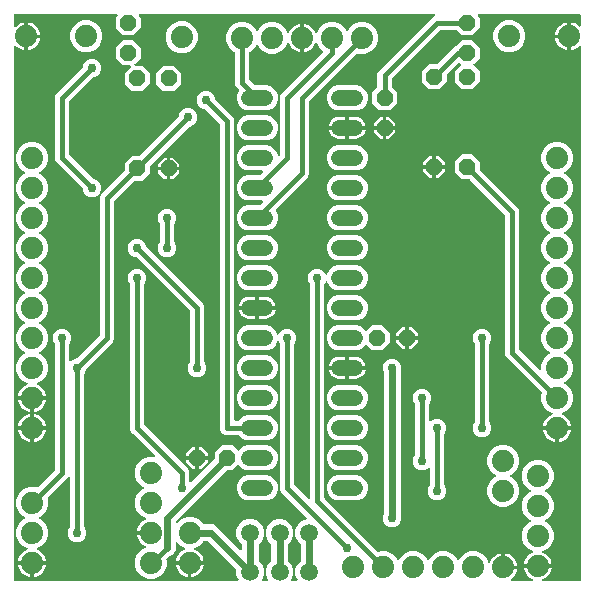
<source format=gbr>
G04 EAGLE Gerber RS-274X export*
G75*
%MOMM*%
%FSLAX34Y34*%
%LPD*%
%INBottom Copper*%
%IPPOS*%
%AMOC8*
5,1,8,0,0,1.08239X$1,22.5*%
G01*
%ADD10P,1.429621X8X292.500000*%
%ADD11P,1.429621X8X202.500000*%
%ADD12P,1.429621X8X22.500000*%
%ADD13P,1.429621X8X112.500000*%
%ADD14C,1.320800*%
%ADD15C,1.879600*%
%ADD16C,1.508000*%
%ADD17C,0.609600*%
%ADD18C,0.406400*%
%ADD19C,0.756400*%

G36*
X199455Y10168D02*
X199455Y10168D01*
X199501Y10166D01*
X199576Y10188D01*
X199653Y10200D01*
X199693Y10222D01*
X199737Y10235D01*
X199801Y10279D01*
X199870Y10316D01*
X199902Y10349D01*
X199939Y10375D01*
X199986Y10438D01*
X200039Y10494D01*
X200059Y10536D01*
X200086Y10572D01*
X200110Y10646D01*
X200143Y10717D01*
X200148Y10763D01*
X200162Y10806D01*
X200162Y10884D01*
X200170Y10961D01*
X200160Y11006D01*
X200160Y11052D01*
X200122Y11184D01*
X200118Y11202D01*
X200115Y11206D01*
X200113Y11213D01*
X198345Y15482D01*
X198345Y19021D01*
X198331Y19111D01*
X198323Y19202D01*
X198311Y19231D01*
X198306Y19263D01*
X198263Y19344D01*
X198227Y19428D01*
X198201Y19460D01*
X198190Y19481D01*
X198167Y19503D01*
X198122Y19559D01*
X174217Y43464D01*
X174143Y43517D01*
X174073Y43577D01*
X174043Y43589D01*
X174017Y43608D01*
X173930Y43635D01*
X173845Y43669D01*
X173804Y43673D01*
X173782Y43680D01*
X173750Y43679D01*
X173678Y43687D01*
X170884Y43687D01*
X170770Y43668D01*
X170653Y43651D01*
X170648Y43649D01*
X170642Y43648D01*
X170539Y43593D01*
X170434Y43540D01*
X170430Y43535D01*
X170424Y43532D01*
X170344Y43448D01*
X170262Y43364D01*
X170258Y43358D01*
X170255Y43354D01*
X170247Y43337D01*
X170181Y43217D01*
X170163Y43174D01*
X166376Y39387D01*
X162990Y37984D01*
X162904Y37931D01*
X162815Y37883D01*
X162800Y37866D01*
X162781Y37855D01*
X162717Y37777D01*
X162648Y37703D01*
X162639Y37682D01*
X162624Y37665D01*
X162588Y37571D01*
X162546Y37478D01*
X162544Y37456D01*
X162536Y37436D01*
X162532Y37335D01*
X162522Y37234D01*
X162527Y37212D01*
X162526Y37190D01*
X162554Y37093D01*
X162577Y36994D01*
X162588Y36975D01*
X162594Y36954D01*
X162652Y36871D01*
X162705Y36784D01*
X162722Y36770D01*
X162735Y36752D01*
X162816Y36691D01*
X162894Y36626D01*
X162918Y36615D01*
X162932Y36605D01*
X162963Y36595D01*
X163046Y36557D01*
X163333Y36464D01*
X165007Y35611D01*
X166528Y34506D01*
X167856Y33178D01*
X168961Y31657D01*
X169814Y29983D01*
X170395Y28196D01*
X170596Y26923D01*
X159512Y26923D01*
X159492Y26920D01*
X159473Y26922D01*
X159371Y26900D01*
X159269Y26883D01*
X159252Y26874D01*
X159232Y26870D01*
X159143Y26817D01*
X159052Y26768D01*
X159038Y26754D01*
X159021Y26744D01*
X158954Y26665D01*
X158883Y26590D01*
X158874Y26572D01*
X158861Y26557D01*
X158823Y26461D01*
X158779Y26367D01*
X158777Y26347D01*
X158769Y26329D01*
X158751Y26162D01*
X158751Y25399D01*
X158749Y25399D01*
X158749Y26162D01*
X158747Y26176D01*
X158748Y26186D01*
X158747Y26192D01*
X158748Y26201D01*
X158726Y26303D01*
X158709Y26405D01*
X158700Y26422D01*
X158696Y26442D01*
X158643Y26531D01*
X158594Y26622D01*
X158580Y26636D01*
X158570Y26653D01*
X158491Y26720D01*
X158416Y26791D01*
X158398Y26800D01*
X158383Y26813D01*
X158287Y26852D01*
X158193Y26895D01*
X158173Y26897D01*
X158155Y26905D01*
X157988Y26923D01*
X146904Y26923D01*
X147105Y28196D01*
X147686Y29983D01*
X148539Y31657D01*
X149644Y33178D01*
X150972Y34506D01*
X152493Y35611D01*
X154167Y36464D01*
X154454Y36557D01*
X154544Y36604D01*
X154636Y36645D01*
X154652Y36660D01*
X154672Y36670D01*
X154743Y36743D01*
X154817Y36811D01*
X154828Y36831D01*
X154843Y36847D01*
X154887Y36938D01*
X154936Y37027D01*
X154940Y37049D01*
X154949Y37069D01*
X154962Y37169D01*
X154980Y37269D01*
X154976Y37291D01*
X154979Y37313D01*
X154959Y37412D01*
X154944Y37512D01*
X154934Y37532D01*
X154929Y37554D01*
X154878Y37641D01*
X154832Y37731D01*
X154816Y37747D01*
X154805Y37766D01*
X154729Y37833D01*
X154657Y37904D01*
X154633Y37917D01*
X154620Y37928D01*
X154590Y37940D01*
X154510Y37984D01*
X151124Y39387D01*
X148112Y42399D01*
X148054Y42440D01*
X148002Y42490D01*
X147955Y42512D01*
X147913Y42542D01*
X147844Y42563D01*
X147779Y42593D01*
X147727Y42599D01*
X147677Y42614D01*
X147606Y42613D01*
X147535Y42621D01*
X147484Y42609D01*
X147432Y42608D01*
X147364Y42583D01*
X147294Y42568D01*
X147249Y42542D01*
X147201Y42524D01*
X147145Y42479D01*
X147083Y42442D01*
X147049Y42403D01*
X147009Y42370D01*
X146970Y42310D01*
X146923Y42255D01*
X146904Y42207D01*
X146876Y42163D01*
X146858Y42093D01*
X146831Y42027D01*
X146823Y41956D01*
X146815Y41925D01*
X146817Y41901D01*
X146813Y41860D01*
X146813Y36685D01*
X145730Y34071D01*
X143729Y32070D01*
X141416Y31112D01*
X141360Y31078D01*
X141300Y31052D01*
X141235Y31000D01*
X141207Y30982D01*
X141195Y30967D01*
X141169Y30947D01*
X139291Y29069D01*
X139223Y28974D01*
X139153Y28880D01*
X139151Y28874D01*
X139147Y28869D01*
X139112Y28755D01*
X139077Y28646D01*
X139077Y28640D01*
X139075Y28634D01*
X139078Y28517D01*
X139079Y28400D01*
X139081Y28393D01*
X139081Y28388D01*
X139088Y28371D01*
X139126Y28239D01*
X139193Y28078D01*
X139193Y22722D01*
X137143Y17774D01*
X133356Y13987D01*
X128408Y11937D01*
X123052Y11937D01*
X118104Y13987D01*
X114317Y17774D01*
X112267Y22722D01*
X112267Y28078D01*
X114317Y33026D01*
X118104Y36813D01*
X121490Y38216D01*
X121576Y38269D01*
X121665Y38317D01*
X121680Y38334D01*
X121699Y38345D01*
X121763Y38423D01*
X121832Y38497D01*
X121841Y38518D01*
X121856Y38535D01*
X121892Y38629D01*
X121934Y38722D01*
X121936Y38744D01*
X121944Y38764D01*
X121948Y38865D01*
X121958Y38966D01*
X121953Y38988D01*
X121954Y39010D01*
X121926Y39107D01*
X121903Y39206D01*
X121892Y39225D01*
X121886Y39246D01*
X121828Y39329D01*
X121775Y39416D01*
X121758Y39430D01*
X121745Y39448D01*
X121664Y39509D01*
X121586Y39574D01*
X121562Y39585D01*
X121548Y39595D01*
X121517Y39605D01*
X121434Y39643D01*
X121147Y39736D01*
X119473Y40589D01*
X117952Y41694D01*
X116624Y43022D01*
X115519Y44543D01*
X114666Y46217D01*
X114085Y48004D01*
X113884Y49277D01*
X124968Y49277D01*
X124988Y49280D01*
X125007Y49278D01*
X125109Y49300D01*
X125211Y49317D01*
X125228Y49326D01*
X125248Y49330D01*
X125337Y49383D01*
X125428Y49432D01*
X125442Y49446D01*
X125459Y49456D01*
X125526Y49535D01*
X125597Y49610D01*
X125606Y49628D01*
X125619Y49643D01*
X125657Y49739D01*
X125701Y49833D01*
X125703Y49853D01*
X125711Y49871D01*
X125729Y50038D01*
X125729Y51562D01*
X125726Y51582D01*
X125728Y51601D01*
X125706Y51703D01*
X125689Y51805D01*
X125680Y51822D01*
X125676Y51842D01*
X125623Y51931D01*
X125574Y52022D01*
X125560Y52036D01*
X125550Y52053D01*
X125471Y52120D01*
X125396Y52191D01*
X125378Y52200D01*
X125363Y52213D01*
X125267Y52252D01*
X125173Y52295D01*
X125153Y52297D01*
X125135Y52305D01*
X124968Y52323D01*
X113884Y52323D01*
X114085Y53596D01*
X114666Y55383D01*
X115519Y57057D01*
X116624Y58578D01*
X117952Y59906D01*
X119473Y61011D01*
X121147Y61864D01*
X121434Y61957D01*
X121524Y62004D01*
X121616Y62045D01*
X121632Y62060D01*
X121652Y62070D01*
X121723Y62143D01*
X121797Y62211D01*
X121808Y62231D01*
X121823Y62247D01*
X121867Y62338D01*
X121916Y62427D01*
X121920Y62449D01*
X121929Y62469D01*
X121942Y62569D01*
X121960Y62669D01*
X121956Y62691D01*
X121959Y62713D01*
X121939Y62812D01*
X121924Y62912D01*
X121914Y62932D01*
X121909Y62954D01*
X121858Y63041D01*
X121812Y63131D01*
X121796Y63147D01*
X121785Y63166D01*
X121709Y63233D01*
X121637Y63304D01*
X121613Y63317D01*
X121600Y63328D01*
X121582Y63335D01*
X121579Y63338D01*
X121562Y63345D01*
X121490Y63384D01*
X118104Y64787D01*
X114317Y68574D01*
X112267Y73522D01*
X112267Y78878D01*
X114317Y83826D01*
X118104Y87613D01*
X119513Y88197D01*
X119574Y88235D01*
X119639Y88264D01*
X119678Y88299D01*
X119722Y88326D01*
X119768Y88382D01*
X119820Y88430D01*
X119845Y88476D01*
X119879Y88516D01*
X119904Y88583D01*
X119939Y88646D01*
X119948Y88697D01*
X119967Y88745D01*
X119970Y88817D01*
X119983Y88888D01*
X119975Y88939D01*
X119977Y88991D01*
X119957Y89060D01*
X119947Y89131D01*
X119923Y89177D01*
X119909Y89227D01*
X119868Y89286D01*
X119835Y89350D01*
X119798Y89387D01*
X119768Y89429D01*
X119711Y89472D01*
X119660Y89522D01*
X119597Y89557D01*
X119571Y89576D01*
X119549Y89583D01*
X119513Y89603D01*
X118104Y90187D01*
X114317Y93974D01*
X112267Y98922D01*
X112267Y104278D01*
X114317Y109226D01*
X118104Y113013D01*
X123052Y115063D01*
X128477Y115063D01*
X128548Y115074D01*
X128620Y115076D01*
X128669Y115094D01*
X128720Y115102D01*
X128783Y115136D01*
X128851Y115161D01*
X128891Y115193D01*
X128938Y115218D01*
X128987Y115270D01*
X129043Y115314D01*
X129071Y115358D01*
X129107Y115396D01*
X129137Y115461D01*
X129176Y115521D01*
X129189Y115572D01*
X129211Y115619D01*
X129218Y115690D01*
X129236Y115760D01*
X129232Y115812D01*
X129238Y115863D01*
X129222Y115934D01*
X129217Y116005D01*
X129196Y116053D01*
X129185Y116104D01*
X129149Y116165D01*
X129120Y116231D01*
X129076Y116287D01*
X129059Y116315D01*
X129041Y116330D01*
X129016Y116362D01*
X110954Y134424D01*
X109131Y136246D01*
X108203Y138487D01*
X108203Y261384D01*
X108201Y261400D01*
X108202Y261413D01*
X108188Y261477D01*
X108181Y261565D01*
X108169Y261595D01*
X108164Y261627D01*
X108150Y261653D01*
X108149Y261655D01*
X108121Y261708D01*
X108085Y261792D01*
X108059Y261824D01*
X108048Y261845D01*
X108025Y261867D01*
X107980Y261923D01*
X107648Y262255D01*
X106453Y265139D01*
X106453Y268261D01*
X107648Y271145D01*
X109855Y273352D01*
X112739Y274547D01*
X115861Y274547D01*
X118745Y273352D01*
X120952Y271145D01*
X122147Y268261D01*
X122147Y265139D01*
X120952Y262255D01*
X120620Y261923D01*
X120567Y261849D01*
X120507Y261779D01*
X120495Y261749D01*
X120476Y261723D01*
X120449Y261636D01*
X120434Y261599D01*
X120425Y261578D01*
X120424Y261574D01*
X120415Y261551D01*
X120411Y261510D01*
X120404Y261488D01*
X120405Y261456D01*
X120397Y261384D01*
X120397Y142541D01*
X120411Y142451D01*
X120419Y142360D01*
X120431Y142330D01*
X120436Y142298D01*
X120479Y142217D01*
X120515Y142133D01*
X120541Y142101D01*
X120552Y142081D01*
X120575Y142058D01*
X120620Y142002D01*
X157569Y105054D01*
X158497Y102813D01*
X158497Y94216D01*
X158511Y94126D01*
X158518Y94036D01*
X158531Y94005D01*
X158536Y93973D01*
X158579Y93893D01*
X158614Y93809D01*
X158640Y93776D01*
X158652Y93755D01*
X158675Y93733D01*
X158719Y93678D01*
X158730Y93667D01*
X158747Y93655D01*
X158759Y93639D01*
X158805Y93610D01*
X158830Y93586D01*
X158865Y93570D01*
X158930Y93523D01*
X158949Y93517D01*
X158966Y93506D01*
X159045Y93486D01*
X159053Y93482D01*
X159065Y93481D01*
X159066Y93481D01*
X159164Y93450D01*
X159185Y93451D01*
X159205Y93446D01*
X159307Y93454D01*
X159410Y93456D01*
X159430Y93463D01*
X159450Y93465D01*
X159545Y93505D01*
X159642Y93541D01*
X159658Y93553D01*
X159676Y93561D01*
X159807Y93666D01*
X179608Y113467D01*
X179661Y113541D01*
X179721Y113611D01*
X179733Y113641D01*
X179752Y113667D01*
X179779Y113754D01*
X179813Y113839D01*
X179817Y113880D01*
X179824Y113902D01*
X179823Y113934D01*
X179831Y114006D01*
X179831Y118719D01*
X186081Y124969D01*
X194919Y124969D01*
X199360Y120528D01*
X199376Y120517D01*
X199388Y120501D01*
X199476Y120445D01*
X199559Y120385D01*
X199578Y120379D01*
X199595Y120368D01*
X199696Y120343D01*
X199795Y120312D01*
X199814Y120313D01*
X199834Y120308D01*
X199937Y120316D01*
X200040Y120319D01*
X200059Y120325D01*
X200079Y120327D01*
X200174Y120367D01*
X200271Y120403D01*
X200287Y120416D01*
X200305Y120423D01*
X200436Y120528D01*
X203253Y123345D01*
X207174Y124969D01*
X224626Y124969D01*
X228547Y123345D01*
X231549Y120343D01*
X233173Y116422D01*
X233173Y112178D01*
X231549Y108257D01*
X228547Y105255D01*
X224626Y103631D01*
X207174Y103631D01*
X203253Y105255D01*
X200436Y108072D01*
X200420Y108083D01*
X200408Y108099D01*
X200320Y108155D01*
X200237Y108215D01*
X200218Y108221D01*
X200201Y108232D01*
X200100Y108257D01*
X200001Y108288D01*
X199982Y108287D01*
X199962Y108292D01*
X199859Y108284D01*
X199756Y108281D01*
X199737Y108275D01*
X199717Y108273D01*
X199622Y108233D01*
X199525Y108197D01*
X199509Y108184D01*
X199491Y108177D01*
X199360Y108072D01*
X194919Y103631D01*
X190206Y103631D01*
X190115Y103617D01*
X190025Y103609D01*
X189995Y103597D01*
X189963Y103592D01*
X189882Y103549D01*
X189798Y103513D01*
X189766Y103487D01*
X189745Y103476D01*
X189723Y103453D01*
X189667Y103408D01*
X147036Y60777D01*
X146983Y60703D01*
X146923Y60633D01*
X146911Y60603D01*
X146892Y60577D01*
X146865Y60490D01*
X146831Y60405D01*
X146827Y60364D01*
X146820Y60342D01*
X146821Y60310D01*
X146813Y60238D01*
X146813Y59740D01*
X146824Y59669D01*
X146826Y59597D01*
X146844Y59548D01*
X146852Y59497D01*
X146886Y59434D01*
X146911Y59366D01*
X146943Y59326D01*
X146968Y59280D01*
X147020Y59230D01*
X147064Y59174D01*
X147108Y59146D01*
X147146Y59110D01*
X147211Y59080D01*
X147271Y59041D01*
X147322Y59029D01*
X147369Y59007D01*
X147440Y58999D01*
X147510Y58981D01*
X147562Y58985D01*
X147613Y58979D01*
X147684Y58995D01*
X147755Y59000D01*
X147803Y59021D01*
X147854Y59032D01*
X147915Y59069D01*
X147981Y59097D01*
X148037Y59141D01*
X148065Y59158D01*
X148080Y59176D01*
X148112Y59201D01*
X151124Y62213D01*
X156072Y64263D01*
X161428Y64263D01*
X166376Y62213D01*
X170163Y58426D01*
X170181Y58383D01*
X170243Y58283D01*
X170303Y58183D01*
X170307Y58179D01*
X170311Y58174D01*
X170400Y58099D01*
X170490Y58023D01*
X170495Y58021D01*
X170500Y58017D01*
X170608Y57975D01*
X170718Y57931D01*
X170725Y57930D01*
X170730Y57929D01*
X170748Y57928D01*
X170884Y57913D01*
X178355Y57913D01*
X180969Y56830D01*
X201538Y36261D01*
X201596Y36219D01*
X201648Y36170D01*
X201668Y36161D01*
X201676Y36154D01*
X201702Y36143D01*
X201737Y36118D01*
X201806Y36097D01*
X201871Y36066D01*
X201901Y36063D01*
X201904Y36062D01*
X201928Y36059D01*
X201973Y36045D01*
X202037Y36047D01*
X202071Y36043D01*
X202076Y36043D01*
X202077Y36043D01*
X202115Y36039D01*
X202166Y36050D01*
X202218Y36052D01*
X202286Y36076D01*
X202311Y36082D01*
X202319Y36083D01*
X202320Y36084D01*
X202356Y36091D01*
X202401Y36118D01*
X202449Y36136D01*
X202505Y36181D01*
X202518Y36189D01*
X202536Y36198D01*
X202539Y36201D01*
X202567Y36218D01*
X202601Y36257D01*
X202641Y36290D01*
X202680Y36349D01*
X202706Y36376D01*
X202709Y36383D01*
X202727Y36405D01*
X202746Y36453D01*
X202774Y36497D01*
X202790Y36558D01*
X202809Y36599D01*
X202811Y36612D01*
X202819Y36633D01*
X202827Y36704D01*
X202835Y36735D01*
X202833Y36759D01*
X202837Y36799D01*
X202837Y41176D01*
X202823Y41266D01*
X202815Y41357D01*
X202803Y41387D01*
X202798Y41419D01*
X202755Y41499D01*
X202719Y41583D01*
X202693Y41615D01*
X202682Y41636D01*
X202659Y41658D01*
X202614Y41714D01*
X200112Y44216D01*
X198345Y48482D01*
X198345Y53098D01*
X200112Y57364D01*
X203376Y60628D01*
X207642Y62395D01*
X212258Y62395D01*
X216524Y60628D01*
X219788Y57364D01*
X221555Y53098D01*
X221555Y48482D01*
X219788Y44216D01*
X217286Y41714D01*
X217233Y41640D01*
X217173Y41571D01*
X217161Y41541D01*
X217142Y41514D01*
X217115Y41427D01*
X217081Y41343D01*
X217077Y41302D01*
X217070Y41279D01*
X217071Y41247D01*
X217063Y41176D01*
X217063Y27404D01*
X217077Y27314D01*
X217085Y27223D01*
X217097Y27193D01*
X217102Y27161D01*
X217145Y27081D01*
X217181Y26997D01*
X217207Y26965D01*
X217218Y26944D01*
X217241Y26922D01*
X217286Y26866D01*
X219788Y24364D01*
X221555Y20098D01*
X221555Y15482D01*
X219787Y11213D01*
X219776Y11169D01*
X219757Y11127D01*
X219748Y11050D01*
X219731Y10974D01*
X219735Y10928D01*
X219730Y10883D01*
X219746Y10806D01*
X219754Y10729D01*
X219772Y10687D01*
X219782Y10642D01*
X219822Y10575D01*
X219854Y10504D01*
X219885Y10470D01*
X219908Y10431D01*
X219967Y10380D01*
X220020Y10323D01*
X220060Y10301D01*
X220095Y10271D01*
X220167Y10242D01*
X220236Y10205D01*
X220281Y10196D01*
X220323Y10179D01*
X220459Y10164D01*
X220478Y10161D01*
X220483Y10162D01*
X220490Y10161D01*
X224410Y10161D01*
X224455Y10168D01*
X224501Y10166D01*
X224576Y10188D01*
X224653Y10200D01*
X224693Y10222D01*
X224737Y10235D01*
X224801Y10279D01*
X224870Y10316D01*
X224902Y10349D01*
X224939Y10375D01*
X224986Y10438D01*
X225039Y10494D01*
X225059Y10536D01*
X225086Y10572D01*
X225110Y10646D01*
X225143Y10717D01*
X225148Y10763D01*
X225162Y10806D01*
X225162Y10884D01*
X225170Y10961D01*
X225160Y11006D01*
X225160Y11052D01*
X225122Y11184D01*
X225118Y11202D01*
X225115Y11206D01*
X225113Y11213D01*
X223345Y15482D01*
X223345Y20098D01*
X225112Y24364D01*
X227614Y26866D01*
X227667Y26940D01*
X227727Y27009D01*
X227739Y27039D01*
X227758Y27066D01*
X227785Y27153D01*
X227819Y27237D01*
X227823Y27278D01*
X227830Y27301D01*
X227829Y27333D01*
X227837Y27404D01*
X227837Y41176D01*
X227823Y41266D01*
X227815Y41357D01*
X227803Y41387D01*
X227798Y41419D01*
X227755Y41499D01*
X227719Y41583D01*
X227693Y41615D01*
X227682Y41636D01*
X227659Y41658D01*
X227614Y41714D01*
X225112Y44216D01*
X223345Y48482D01*
X223345Y53098D01*
X225112Y57364D01*
X228376Y60628D01*
X232642Y62395D01*
X237258Y62395D01*
X241524Y60628D01*
X244788Y57364D01*
X246555Y53098D01*
X246555Y48482D01*
X244788Y44216D01*
X242286Y41714D01*
X242233Y41640D01*
X242173Y41571D01*
X242161Y41541D01*
X242142Y41514D01*
X242115Y41427D01*
X242081Y41343D01*
X242077Y41302D01*
X242070Y41279D01*
X242071Y41247D01*
X242063Y41176D01*
X242063Y27404D01*
X242077Y27314D01*
X242085Y27223D01*
X242097Y27193D01*
X242102Y27161D01*
X242145Y27081D01*
X242181Y26997D01*
X242207Y26965D01*
X242218Y26944D01*
X242241Y26922D01*
X242286Y26866D01*
X244788Y24364D01*
X246555Y20098D01*
X246555Y15482D01*
X244787Y11213D01*
X244776Y11169D01*
X244757Y11127D01*
X244748Y11050D01*
X244731Y10974D01*
X244735Y10928D01*
X244730Y10883D01*
X244746Y10806D01*
X244754Y10729D01*
X244772Y10687D01*
X244782Y10642D01*
X244822Y10575D01*
X244854Y10504D01*
X244885Y10470D01*
X244908Y10431D01*
X244967Y10380D01*
X245020Y10323D01*
X245060Y10301D01*
X245095Y10271D01*
X245167Y10242D01*
X245236Y10205D01*
X245281Y10196D01*
X245323Y10179D01*
X245459Y10164D01*
X245478Y10161D01*
X245483Y10162D01*
X245490Y10161D01*
X249410Y10161D01*
X249455Y10168D01*
X249501Y10166D01*
X249576Y10188D01*
X249653Y10200D01*
X249693Y10222D01*
X249737Y10235D01*
X249801Y10279D01*
X249870Y10316D01*
X249902Y10349D01*
X249939Y10375D01*
X249986Y10438D01*
X250039Y10494D01*
X250059Y10536D01*
X250086Y10572D01*
X250110Y10646D01*
X250143Y10717D01*
X250148Y10763D01*
X250162Y10806D01*
X250162Y10884D01*
X250170Y10961D01*
X250160Y11006D01*
X250160Y11052D01*
X250122Y11184D01*
X250118Y11202D01*
X250115Y11206D01*
X250113Y11213D01*
X248345Y15482D01*
X248345Y20098D01*
X250112Y24364D01*
X252614Y26866D01*
X252667Y26940D01*
X252727Y27009D01*
X252739Y27039D01*
X252758Y27066D01*
X252785Y27153D01*
X252819Y27237D01*
X252823Y27278D01*
X252830Y27301D01*
X252829Y27333D01*
X252837Y27404D01*
X252837Y41176D01*
X252823Y41266D01*
X252815Y41357D01*
X252803Y41387D01*
X252798Y41419D01*
X252755Y41499D01*
X252719Y41583D01*
X252693Y41615D01*
X252682Y41636D01*
X252659Y41658D01*
X252614Y41714D01*
X250112Y44216D01*
X248345Y48482D01*
X248345Y53098D01*
X250112Y57364D01*
X253376Y60628D01*
X257679Y62410D01*
X257718Y62434D01*
X257761Y62450D01*
X257822Y62499D01*
X257888Y62540D01*
X257917Y62575D01*
X257953Y62604D01*
X257995Y62669D01*
X258045Y62729D01*
X258061Y62772D01*
X258086Y62811D01*
X258105Y62886D01*
X258133Y62959D01*
X258135Y63005D01*
X258146Y63049D01*
X258140Y63127D01*
X258144Y63205D01*
X258131Y63249D01*
X258127Y63295D01*
X258097Y63366D01*
X258075Y63441D01*
X258049Y63479D01*
X258031Y63521D01*
X257946Y63628D01*
X257935Y63643D01*
X257931Y63646D01*
X257926Y63652D01*
X236131Y85446D01*
X235203Y87687D01*
X235203Y210584D01*
X235189Y210675D01*
X235181Y210765D01*
X235169Y210795D01*
X235164Y210827D01*
X235121Y210908D01*
X235085Y210992D01*
X235059Y211024D01*
X235048Y211045D01*
X235025Y211067D01*
X234980Y211123D01*
X234648Y211455D01*
X234133Y212699D01*
X234095Y212760D01*
X234066Y212826D01*
X234030Y212864D01*
X234003Y212908D01*
X233948Y212954D01*
X233899Y213007D01*
X233854Y213032D01*
X233813Y213065D01*
X233747Y213091D01*
X233684Y213125D01*
X233632Y213135D01*
X233584Y213153D01*
X233512Y213156D01*
X233442Y213169D01*
X233390Y213162D01*
X233338Y213164D01*
X233269Y213144D01*
X233198Y213133D01*
X233152Y213110D01*
X233102Y213095D01*
X233043Y213054D01*
X232979Y213022D01*
X232943Y212985D01*
X232900Y212955D01*
X232857Y212897D01*
X232807Y212846D01*
X232772Y212783D01*
X232753Y212758D01*
X232746Y212735D01*
X232726Y212699D01*
X231549Y209857D01*
X228547Y206855D01*
X224626Y205231D01*
X207174Y205231D01*
X203253Y206855D01*
X200251Y209857D01*
X198627Y213778D01*
X198627Y218022D01*
X200251Y221943D01*
X203253Y224945D01*
X207174Y226569D01*
X224626Y226569D01*
X228547Y224945D01*
X231549Y221943D01*
X232726Y219101D01*
X232764Y219040D01*
X232793Y218974D01*
X232828Y218936D01*
X232856Y218892D01*
X232911Y218846D01*
X232959Y218793D01*
X233005Y218768D01*
X233045Y218735D01*
X233112Y218709D01*
X233175Y218675D01*
X233226Y218665D01*
X233275Y218647D01*
X233346Y218644D01*
X233417Y218631D01*
X233468Y218638D01*
X233520Y218636D01*
X233589Y218656D01*
X233660Y218667D01*
X233707Y218690D01*
X233757Y218705D01*
X233815Y218746D01*
X233879Y218778D01*
X233916Y218815D01*
X233959Y218845D01*
X234001Y218903D01*
X234052Y218954D01*
X234086Y219017D01*
X234105Y219042D01*
X234113Y219065D01*
X234133Y219101D01*
X234648Y220345D01*
X236855Y222552D01*
X239739Y223747D01*
X242861Y223747D01*
X245745Y222552D01*
X247952Y220345D01*
X249147Y217461D01*
X249147Y214339D01*
X247952Y211455D01*
X247620Y211123D01*
X247567Y211049D01*
X247507Y210979D01*
X247495Y210949D01*
X247476Y210923D01*
X247449Y210836D01*
X247415Y210751D01*
X247411Y210710D01*
X247404Y210688D01*
X247405Y210656D01*
X247397Y210584D01*
X247397Y91741D01*
X247411Y91651D01*
X247419Y91560D01*
X247431Y91530D01*
X247436Y91498D01*
X247479Y91417D01*
X247515Y91333D01*
X247541Y91301D01*
X247552Y91281D01*
X247575Y91258D01*
X247620Y91202D01*
X259304Y79518D01*
X259362Y79476D01*
X259414Y79427D01*
X259461Y79405D01*
X259503Y79375D01*
X259572Y79354D01*
X259637Y79323D01*
X259689Y79318D01*
X259739Y79302D01*
X259810Y79304D01*
X259881Y79296D01*
X259932Y79307D01*
X259984Y79309D01*
X260052Y79333D01*
X260122Y79349D01*
X260167Y79375D01*
X260215Y79393D01*
X260271Y79438D01*
X260333Y79475D01*
X260367Y79514D01*
X260407Y79547D01*
X260446Y79607D01*
X260493Y79662D01*
X260512Y79710D01*
X260540Y79754D01*
X260558Y79823D01*
X260585Y79890D01*
X260593Y79961D01*
X260601Y79992D01*
X260599Y80016D01*
X260603Y80057D01*
X260603Y261384D01*
X260601Y261400D01*
X260602Y261413D01*
X260588Y261477D01*
X260581Y261565D01*
X260569Y261595D01*
X260564Y261627D01*
X260550Y261653D01*
X260549Y261655D01*
X260521Y261708D01*
X260485Y261792D01*
X260459Y261824D01*
X260448Y261845D01*
X260425Y261867D01*
X260380Y261923D01*
X260048Y262255D01*
X258853Y265139D01*
X258853Y268261D01*
X260048Y271145D01*
X262255Y273352D01*
X265139Y274547D01*
X268261Y274547D01*
X271145Y273352D01*
X273352Y271145D01*
X273867Y269901D01*
X273905Y269840D01*
X273934Y269774D01*
X273970Y269736D01*
X273997Y269692D01*
X274052Y269646D01*
X274101Y269593D01*
X274146Y269568D01*
X274187Y269535D01*
X274253Y269509D01*
X274316Y269475D01*
X274368Y269465D01*
X274416Y269447D01*
X274488Y269444D01*
X274558Y269431D01*
X274610Y269438D01*
X274662Y269436D01*
X274731Y269456D01*
X274802Y269467D01*
X274848Y269490D01*
X274898Y269505D01*
X274957Y269546D01*
X275021Y269578D01*
X275057Y269615D01*
X275100Y269645D01*
X275143Y269703D01*
X275193Y269754D01*
X275228Y269817D01*
X275247Y269842D01*
X275254Y269865D01*
X275274Y269901D01*
X276451Y272743D01*
X279453Y275745D01*
X283374Y277369D01*
X300826Y277369D01*
X304747Y275745D01*
X307749Y272743D01*
X309373Y268822D01*
X309373Y264578D01*
X307749Y260657D01*
X304747Y257655D01*
X300826Y256031D01*
X283374Y256031D01*
X279453Y257655D01*
X276451Y260657D01*
X275274Y263499D01*
X275236Y263560D01*
X275207Y263626D01*
X275172Y263664D01*
X275144Y263708D01*
X275089Y263754D01*
X275041Y263807D01*
X274995Y263832D01*
X274955Y263865D01*
X274888Y263891D01*
X274825Y263925D01*
X274774Y263935D01*
X274725Y263953D01*
X274654Y263956D01*
X274583Y263969D01*
X274532Y263962D01*
X274480Y263964D01*
X274411Y263944D01*
X274340Y263933D01*
X274293Y263910D01*
X274243Y263895D01*
X274185Y263854D01*
X274121Y263822D01*
X274084Y263785D01*
X274041Y263755D01*
X273999Y263697D01*
X273948Y263646D01*
X273914Y263583D01*
X273895Y263558D01*
X273887Y263535D01*
X273867Y263499D01*
X273352Y262255D01*
X273020Y261923D01*
X272967Y261849D01*
X272907Y261779D01*
X272895Y261749D01*
X272876Y261723D01*
X272849Y261636D01*
X272834Y261599D01*
X272825Y261578D01*
X272824Y261574D01*
X272815Y261551D01*
X272811Y261510D01*
X272804Y261488D01*
X272805Y261456D01*
X272797Y261384D01*
X272797Y80311D01*
X272811Y80221D01*
X272819Y80130D01*
X272831Y80100D01*
X272836Y80068D01*
X272879Y79987D01*
X272915Y79903D01*
X272941Y79871D01*
X272952Y79851D01*
X272975Y79828D01*
X273020Y79772D01*
X318013Y34779D01*
X318108Y34711D01*
X318202Y34641D01*
X318208Y34639D01*
X318213Y34635D01*
X318324Y34601D01*
X318436Y34565D01*
X318442Y34565D01*
X318448Y34563D01*
X318565Y34566D01*
X318682Y34567D01*
X318689Y34569D01*
X318694Y34569D01*
X318711Y34576D01*
X318843Y34614D01*
X319902Y35053D01*
X325258Y35053D01*
X330206Y33003D01*
X333993Y29216D01*
X334577Y27807D01*
X334614Y27746D01*
X334644Y27681D01*
X334679Y27642D01*
X334706Y27598D01*
X334762Y27552D01*
X334810Y27500D01*
X334856Y27475D01*
X334896Y27441D01*
X334963Y27416D01*
X335026Y27381D01*
X335077Y27372D01*
X335125Y27353D01*
X335197Y27350D01*
X335268Y27337D01*
X335319Y27345D01*
X335371Y27343D01*
X335440Y27363D01*
X335511Y27373D01*
X335557Y27397D01*
X335607Y27411D01*
X335666Y27452D01*
X335730Y27485D01*
X335767Y27522D01*
X335809Y27552D01*
X335852Y27609D01*
X335902Y27660D01*
X335937Y27723D01*
X335956Y27749D01*
X335963Y27771D01*
X335983Y27807D01*
X336567Y29216D01*
X340354Y33003D01*
X345302Y35053D01*
X350658Y35053D01*
X355606Y33003D01*
X359393Y29216D01*
X359977Y27807D01*
X360014Y27746D01*
X360044Y27681D01*
X360079Y27642D01*
X360106Y27598D01*
X360162Y27552D01*
X360210Y27500D01*
X360256Y27475D01*
X360296Y27441D01*
X360363Y27416D01*
X360426Y27381D01*
X360477Y27372D01*
X360525Y27353D01*
X360597Y27350D01*
X360668Y27337D01*
X360719Y27345D01*
X360771Y27343D01*
X360840Y27363D01*
X360911Y27373D01*
X360957Y27397D01*
X361007Y27411D01*
X361066Y27452D01*
X361130Y27485D01*
X361167Y27522D01*
X361209Y27552D01*
X361252Y27609D01*
X361302Y27660D01*
X361337Y27723D01*
X361356Y27749D01*
X361363Y27771D01*
X361383Y27807D01*
X361967Y29216D01*
X365754Y33003D01*
X370702Y35053D01*
X376058Y35053D01*
X381006Y33003D01*
X384793Y29216D01*
X385377Y27807D01*
X385414Y27746D01*
X385444Y27681D01*
X385479Y27642D01*
X385506Y27598D01*
X385562Y27552D01*
X385610Y27500D01*
X385656Y27475D01*
X385696Y27441D01*
X385763Y27416D01*
X385826Y27381D01*
X385877Y27372D01*
X385925Y27353D01*
X385997Y27350D01*
X386068Y27337D01*
X386119Y27345D01*
X386171Y27343D01*
X386240Y27363D01*
X386311Y27373D01*
X386357Y27397D01*
X386407Y27411D01*
X386466Y27452D01*
X386530Y27485D01*
X386567Y27522D01*
X386609Y27552D01*
X386652Y27609D01*
X386702Y27660D01*
X386737Y27723D01*
X386756Y27749D01*
X386763Y27771D01*
X386783Y27807D01*
X387367Y29216D01*
X391154Y33003D01*
X396102Y35053D01*
X401458Y35053D01*
X406406Y33003D01*
X410193Y29216D01*
X411596Y25830D01*
X411649Y25744D01*
X411697Y25655D01*
X411714Y25640D01*
X411725Y25621D01*
X411803Y25557D01*
X411877Y25488D01*
X411898Y25479D01*
X411915Y25464D01*
X412009Y25428D01*
X412102Y25386D01*
X412124Y25384D01*
X412144Y25376D01*
X412245Y25372D01*
X412346Y25362D01*
X412368Y25367D01*
X412390Y25366D01*
X412487Y25394D01*
X412586Y25417D01*
X412605Y25428D01*
X412626Y25434D01*
X412709Y25492D01*
X412796Y25545D01*
X412810Y25562D01*
X412828Y25575D01*
X412889Y25656D01*
X412954Y25734D01*
X412965Y25758D01*
X412975Y25772D01*
X412985Y25803D01*
X413023Y25886D01*
X413116Y26173D01*
X413969Y27847D01*
X415074Y29368D01*
X416402Y30696D01*
X417923Y31801D01*
X419597Y32654D01*
X421384Y33235D01*
X422657Y33436D01*
X422657Y22352D01*
X422660Y22332D01*
X422658Y22313D01*
X422680Y22211D01*
X422697Y22109D01*
X422706Y22092D01*
X422710Y22072D01*
X422763Y21983D01*
X422812Y21892D01*
X422826Y21878D01*
X422836Y21861D01*
X422915Y21794D01*
X422990Y21723D01*
X423008Y21714D01*
X423023Y21701D01*
X423119Y21663D01*
X423213Y21619D01*
X423233Y21617D01*
X423251Y21609D01*
X423418Y21591D01*
X424181Y21591D01*
X424181Y20828D01*
X424184Y20808D01*
X424182Y20789D01*
X424204Y20687D01*
X424221Y20585D01*
X424230Y20568D01*
X424234Y20548D01*
X424287Y20459D01*
X424336Y20368D01*
X424350Y20354D01*
X424360Y20337D01*
X424439Y20270D01*
X424514Y20199D01*
X424532Y20190D01*
X424547Y20177D01*
X424643Y20138D01*
X424737Y20095D01*
X424757Y20093D01*
X424775Y20085D01*
X424942Y20067D01*
X436026Y20067D01*
X435825Y18794D01*
X435244Y17007D01*
X434391Y15333D01*
X433286Y13812D01*
X431958Y12484D01*
X430656Y11538D01*
X430650Y11532D01*
X430643Y11528D01*
X430564Y11445D01*
X430483Y11363D01*
X430479Y11356D01*
X430474Y11350D01*
X430425Y11246D01*
X430375Y11142D01*
X430373Y11134D01*
X430370Y11127D01*
X430357Y11013D01*
X430342Y10898D01*
X430344Y10890D01*
X430343Y10883D01*
X430367Y10770D01*
X430390Y10657D01*
X430394Y10650D01*
X430395Y10642D01*
X430454Y10544D01*
X430511Y10443D01*
X430517Y10438D01*
X430521Y10431D01*
X430609Y10356D01*
X430695Y10279D01*
X430702Y10276D01*
X430708Y10271D01*
X430816Y10228D01*
X430921Y10183D01*
X430929Y10182D01*
X430937Y10179D01*
X431103Y10161D01*
X449033Y10161D01*
X449037Y10161D01*
X449041Y10161D01*
X449160Y10181D01*
X449276Y10200D01*
X449280Y10202D01*
X449284Y10203D01*
X449389Y10260D01*
X449494Y10316D01*
X449496Y10318D01*
X449500Y10320D01*
X449581Y10408D01*
X449663Y10494D01*
X449665Y10498D01*
X449667Y10501D01*
X449716Y10608D01*
X449767Y10717D01*
X449767Y10721D01*
X449769Y10725D01*
X449781Y10844D01*
X449794Y10961D01*
X449793Y10965D01*
X449793Y10969D01*
X449767Y11086D01*
X449741Y11202D01*
X449739Y11205D01*
X449738Y11209D01*
X449676Y11311D01*
X449615Y11413D01*
X449612Y11416D01*
X449610Y11419D01*
X449519Y11495D01*
X449428Y11573D01*
X449425Y11574D01*
X449422Y11577D01*
X449269Y11646D01*
X448807Y11796D01*
X447133Y12649D01*
X445612Y13754D01*
X444284Y15082D01*
X443179Y16603D01*
X442326Y18277D01*
X441745Y20064D01*
X441544Y21337D01*
X452628Y21337D01*
X452648Y21340D01*
X452667Y21338D01*
X452769Y21360D01*
X452871Y21377D01*
X452888Y21386D01*
X452908Y21390D01*
X452997Y21443D01*
X453088Y21492D01*
X453102Y21506D01*
X453119Y21516D01*
X453186Y21595D01*
X453257Y21670D01*
X453266Y21688D01*
X453279Y21703D01*
X453317Y21799D01*
X453361Y21893D01*
X453363Y21913D01*
X453371Y21931D01*
X453389Y22098D01*
X453389Y23622D01*
X453386Y23642D01*
X453388Y23661D01*
X453366Y23763D01*
X453349Y23865D01*
X453340Y23882D01*
X453336Y23902D01*
X453283Y23991D01*
X453234Y24082D01*
X453220Y24096D01*
X453210Y24113D01*
X453131Y24180D01*
X453056Y24251D01*
X453038Y24260D01*
X453023Y24273D01*
X452927Y24312D01*
X452833Y24355D01*
X452813Y24357D01*
X452795Y24365D01*
X452628Y24383D01*
X441544Y24383D01*
X441745Y25656D01*
X442326Y27443D01*
X443179Y29117D01*
X444284Y30638D01*
X445612Y31966D01*
X447133Y33071D01*
X448807Y33924D01*
X449094Y34017D01*
X449184Y34064D01*
X449276Y34105D01*
X449292Y34120D01*
X449312Y34130D01*
X449383Y34203D01*
X449457Y34271D01*
X449468Y34291D01*
X449483Y34307D01*
X449527Y34398D01*
X449576Y34487D01*
X449580Y34509D01*
X449589Y34529D01*
X449602Y34629D01*
X449620Y34729D01*
X449616Y34751D01*
X449619Y34773D01*
X449599Y34872D01*
X449584Y34972D01*
X449574Y34992D01*
X449569Y35014D01*
X449518Y35101D01*
X449472Y35191D01*
X449456Y35207D01*
X449445Y35226D01*
X449369Y35293D01*
X449297Y35364D01*
X449273Y35377D01*
X449260Y35388D01*
X449230Y35400D01*
X449150Y35444D01*
X445764Y36847D01*
X441977Y40634D01*
X439927Y45582D01*
X439927Y50938D01*
X441977Y55886D01*
X445764Y59673D01*
X447173Y60257D01*
X447234Y60294D01*
X447299Y60324D01*
X447338Y60359D01*
X447382Y60386D01*
X447428Y60442D01*
X447480Y60490D01*
X447505Y60536D01*
X447539Y60576D01*
X447564Y60643D01*
X447599Y60706D01*
X447608Y60757D01*
X447627Y60805D01*
X447630Y60877D01*
X447643Y60948D01*
X447635Y60999D01*
X447637Y61051D01*
X447617Y61120D01*
X447607Y61191D01*
X447583Y61237D01*
X447569Y61287D01*
X447528Y61346D01*
X447495Y61410D01*
X447458Y61447D01*
X447428Y61489D01*
X447371Y61532D01*
X447320Y61582D01*
X447257Y61617D01*
X447231Y61636D01*
X447209Y61643D01*
X447173Y61663D01*
X445764Y62247D01*
X441977Y66034D01*
X439927Y70982D01*
X439927Y76338D01*
X441977Y81286D01*
X445764Y85073D01*
X447173Y85657D01*
X447234Y85694D01*
X447299Y85724D01*
X447338Y85759D01*
X447382Y85786D01*
X447428Y85842D01*
X447480Y85890D01*
X447505Y85936D01*
X447539Y85976D01*
X447564Y86043D01*
X447599Y86106D01*
X447608Y86157D01*
X447627Y86205D01*
X447630Y86277D01*
X447643Y86348D01*
X447635Y86399D01*
X447637Y86451D01*
X447617Y86520D01*
X447607Y86591D01*
X447583Y86637D01*
X447569Y86687D01*
X447528Y86746D01*
X447495Y86810D01*
X447458Y86847D01*
X447428Y86889D01*
X447371Y86932D01*
X447320Y86982D01*
X447257Y87017D01*
X447231Y87036D01*
X447209Y87043D01*
X447173Y87063D01*
X445764Y87647D01*
X441977Y91434D01*
X439927Y96382D01*
X439927Y101738D01*
X441977Y106686D01*
X445764Y110473D01*
X450712Y112523D01*
X456068Y112523D01*
X461016Y110473D01*
X464803Y106686D01*
X466853Y101738D01*
X466853Y96382D01*
X464803Y91434D01*
X461016Y87647D01*
X459607Y87063D01*
X459546Y87025D01*
X459481Y86996D01*
X459442Y86961D01*
X459398Y86934D01*
X459352Y86878D01*
X459300Y86830D01*
X459275Y86784D01*
X459241Y86744D01*
X459216Y86677D01*
X459181Y86614D01*
X459172Y86563D01*
X459153Y86515D01*
X459150Y86443D01*
X459137Y86372D01*
X459145Y86321D01*
X459143Y86269D01*
X459163Y86200D01*
X459173Y86129D01*
X459197Y86083D01*
X459211Y86033D01*
X459252Y85974D01*
X459285Y85910D01*
X459322Y85873D01*
X459352Y85831D01*
X459409Y85788D01*
X459460Y85738D01*
X459523Y85703D01*
X459549Y85684D01*
X459571Y85677D01*
X459607Y85657D01*
X461016Y85073D01*
X464803Y81286D01*
X466853Y76338D01*
X466853Y70982D01*
X464803Y66034D01*
X461016Y62247D01*
X459607Y61663D01*
X459546Y61625D01*
X459481Y61596D01*
X459442Y61561D01*
X459398Y61534D01*
X459352Y61478D01*
X459300Y61430D01*
X459275Y61384D01*
X459241Y61344D01*
X459216Y61277D01*
X459181Y61214D01*
X459172Y61163D01*
X459153Y61115D01*
X459150Y61043D01*
X459137Y60972D01*
X459145Y60921D01*
X459143Y60869D01*
X459163Y60800D01*
X459173Y60729D01*
X459197Y60683D01*
X459211Y60633D01*
X459252Y60574D01*
X459285Y60510D01*
X459322Y60473D01*
X459352Y60431D01*
X459409Y60388D01*
X459460Y60338D01*
X459523Y60303D01*
X459549Y60284D01*
X459571Y60277D01*
X459607Y60257D01*
X461016Y59673D01*
X464803Y55886D01*
X466853Y50938D01*
X466853Y45582D01*
X464803Y40634D01*
X461016Y36847D01*
X457630Y35444D01*
X457544Y35391D01*
X457455Y35343D01*
X457440Y35326D01*
X457421Y35315D01*
X457357Y35237D01*
X457288Y35163D01*
X457279Y35142D01*
X457264Y35125D01*
X457228Y35031D01*
X457186Y34938D01*
X457184Y34916D01*
X457176Y34896D01*
X457172Y34795D01*
X457162Y34694D01*
X457167Y34672D01*
X457166Y34650D01*
X457194Y34553D01*
X457217Y34454D01*
X457228Y34435D01*
X457234Y34414D01*
X457292Y34330D01*
X457345Y34244D01*
X457362Y34230D01*
X457375Y34212D01*
X457456Y34151D01*
X457534Y34086D01*
X457558Y34075D01*
X457572Y34065D01*
X457603Y34055D01*
X457686Y34017D01*
X457973Y33924D01*
X459647Y33071D01*
X461168Y31966D01*
X462496Y30638D01*
X463601Y29117D01*
X464454Y27443D01*
X465035Y25656D01*
X465236Y24383D01*
X454152Y24383D01*
X454132Y24380D01*
X454113Y24382D01*
X454011Y24360D01*
X453909Y24343D01*
X453892Y24334D01*
X453872Y24330D01*
X453783Y24277D01*
X453692Y24228D01*
X453678Y24214D01*
X453661Y24204D01*
X453594Y24125D01*
X453523Y24050D01*
X453514Y24032D01*
X453501Y24017D01*
X453463Y23921D01*
X453419Y23827D01*
X453417Y23807D01*
X453409Y23789D01*
X453391Y23622D01*
X453391Y22098D01*
X453394Y22078D01*
X453392Y22059D01*
X453414Y21957D01*
X453431Y21855D01*
X453440Y21838D01*
X453444Y21818D01*
X453497Y21729D01*
X453546Y21638D01*
X453560Y21624D01*
X453570Y21607D01*
X453649Y21540D01*
X453724Y21469D01*
X453742Y21460D01*
X453757Y21447D01*
X453853Y21408D01*
X453947Y21365D01*
X453967Y21363D01*
X453985Y21355D01*
X454152Y21337D01*
X465236Y21337D01*
X465035Y20064D01*
X464454Y18277D01*
X463601Y16603D01*
X462496Y15082D01*
X461168Y13754D01*
X459647Y12649D01*
X457973Y11796D01*
X457511Y11646D01*
X457508Y11644D01*
X457504Y11643D01*
X457399Y11588D01*
X457293Y11533D01*
X457290Y11530D01*
X457286Y11528D01*
X457205Y11443D01*
X457122Y11357D01*
X457120Y11353D01*
X457117Y11350D01*
X457067Y11242D01*
X457016Y11135D01*
X457015Y11131D01*
X457013Y11127D01*
X457000Y11008D01*
X456986Y10890D01*
X456987Y10886D01*
X456986Y10883D01*
X457012Y10766D01*
X457036Y10650D01*
X457038Y10646D01*
X457039Y10642D01*
X457100Y10540D01*
X457160Y10437D01*
X457163Y10434D01*
X457165Y10431D01*
X457256Y10353D01*
X457345Y10275D01*
X457349Y10274D01*
X457352Y10271D01*
X457462Y10227D01*
X457572Y10181D01*
X457576Y10181D01*
X457580Y10179D01*
X457747Y10161D01*
X489078Y10161D01*
X489098Y10164D01*
X489117Y10162D01*
X489219Y10184D01*
X489321Y10200D01*
X489338Y10210D01*
X489358Y10214D01*
X489447Y10267D01*
X489538Y10316D01*
X489552Y10330D01*
X489569Y10340D01*
X489636Y10419D01*
X489708Y10494D01*
X489716Y10512D01*
X489729Y10527D01*
X489768Y10623D01*
X489811Y10717D01*
X489813Y10737D01*
X489821Y10755D01*
X489839Y10922D01*
X489839Y462228D01*
X489828Y462298D01*
X489826Y462370D01*
X489808Y462419D01*
X489800Y462470D01*
X489766Y462534D01*
X489741Y462601D01*
X489709Y462642D01*
X489684Y462688D01*
X489632Y462737D01*
X489588Y462793D01*
X489544Y462821D01*
X489506Y462857D01*
X489441Y462887D01*
X489381Y462926D01*
X489330Y462939D01*
X489283Y462961D01*
X489212Y462969D01*
X489142Y462986D01*
X489090Y462982D01*
X489039Y462988D01*
X488968Y462973D01*
X488897Y462967D01*
X488849Y462947D01*
X488798Y462936D01*
X488737Y462899D01*
X488671Y462871D01*
X488615Y462826D01*
X488587Y462809D01*
X488572Y462792D01*
X488540Y462766D01*
X487838Y462064D01*
X486317Y460959D01*
X484643Y460106D01*
X482856Y459525D01*
X481583Y459324D01*
X481583Y470408D01*
X481580Y470428D01*
X481582Y470447D01*
X481560Y470549D01*
X481543Y470651D01*
X481534Y470668D01*
X481530Y470688D01*
X481477Y470777D01*
X481428Y470868D01*
X481414Y470882D01*
X481404Y470899D01*
X481325Y470966D01*
X481250Y471037D01*
X481232Y471046D01*
X481217Y471059D01*
X481121Y471097D01*
X481027Y471141D01*
X481007Y471143D01*
X480989Y471151D01*
X480822Y471169D01*
X480059Y471169D01*
X480059Y471171D01*
X480822Y471171D01*
X480842Y471174D01*
X480861Y471172D01*
X480963Y471194D01*
X481065Y471211D01*
X481082Y471220D01*
X481102Y471224D01*
X481191Y471277D01*
X481282Y471326D01*
X481296Y471340D01*
X481313Y471350D01*
X481380Y471429D01*
X481451Y471504D01*
X481460Y471522D01*
X481473Y471537D01*
X481512Y471633D01*
X481555Y471727D01*
X481557Y471747D01*
X481565Y471765D01*
X481583Y471932D01*
X481583Y483016D01*
X482856Y482815D01*
X484643Y482234D01*
X486317Y481381D01*
X487838Y480276D01*
X488540Y479574D01*
X488598Y479532D01*
X488650Y479483D01*
X488697Y479461D01*
X488739Y479431D01*
X488808Y479410D01*
X488873Y479379D01*
X488925Y479374D01*
X488975Y479358D01*
X489046Y479360D01*
X489117Y479352D01*
X489168Y479363D01*
X489220Y479365D01*
X489288Y479389D01*
X489358Y479404D01*
X489403Y479431D01*
X489451Y479449D01*
X489507Y479494D01*
X489569Y479531D01*
X489603Y479570D01*
X489643Y479603D01*
X489682Y479663D01*
X489729Y479718D01*
X489748Y479766D01*
X489776Y479810D01*
X489794Y479879D01*
X489821Y479946D01*
X489829Y480017D01*
X489837Y480048D01*
X489835Y480072D01*
X489839Y480112D01*
X489839Y489078D01*
X489836Y489098D01*
X489838Y489117D01*
X489816Y489219D01*
X489800Y489321D01*
X489790Y489338D01*
X489786Y489358D01*
X489733Y489447D01*
X489684Y489538D01*
X489670Y489552D01*
X489660Y489569D01*
X489581Y489636D01*
X489506Y489708D01*
X489488Y489716D01*
X489473Y489729D01*
X489377Y489768D01*
X489283Y489811D01*
X489263Y489813D01*
X489245Y489821D01*
X489078Y489839D01*
X403386Y489839D01*
X403316Y489828D01*
X403244Y489826D01*
X403195Y489808D01*
X403144Y489800D01*
X403080Y489766D01*
X403013Y489741D01*
X402972Y489709D01*
X402926Y489684D01*
X402877Y489632D01*
X402821Y489588D01*
X402793Y489544D01*
X402757Y489506D01*
X402727Y489441D01*
X402688Y489381D01*
X402675Y489330D01*
X402653Y489283D01*
X402645Y489212D01*
X402628Y489142D01*
X402632Y489090D01*
X402626Y489039D01*
X402641Y488968D01*
X402647Y488897D01*
X402667Y488849D01*
X402678Y488798D01*
X402715Y488737D01*
X402743Y488671D01*
X402788Y488615D01*
X402805Y488587D01*
X402822Y488572D01*
X402848Y488540D01*
X404369Y487019D01*
X404369Y478181D01*
X398119Y471931D01*
X389281Y471931D01*
X384932Y476280D01*
X384858Y476333D01*
X384788Y476393D01*
X384758Y476405D01*
X384732Y476424D01*
X384645Y476451D01*
X384560Y476485D01*
X384519Y476489D01*
X384497Y476496D01*
X384465Y476495D01*
X384394Y476503D01*
X371141Y476503D01*
X371051Y476489D01*
X370960Y476481D01*
X370930Y476469D01*
X370898Y476464D01*
X370817Y476421D01*
X370733Y476385D01*
X370701Y476359D01*
X370681Y476348D01*
X370658Y476325D01*
X370602Y476280D01*
X330170Y435848D01*
X330117Y435774D01*
X330057Y435704D01*
X330045Y435674D01*
X330026Y435648D01*
X329999Y435561D01*
X329965Y435476D01*
X329961Y435435D01*
X329954Y435413D01*
X329955Y435381D01*
X329947Y435309D01*
X329947Y428406D01*
X329961Y428316D01*
X329969Y428225D01*
X329981Y428196D01*
X329986Y428164D01*
X330029Y428083D01*
X330065Y427999D01*
X330091Y427967D01*
X330102Y427946D01*
X330125Y427924D01*
X330170Y427868D01*
X334519Y423519D01*
X334519Y414681D01*
X328269Y408431D01*
X319431Y408431D01*
X313181Y414681D01*
X313181Y423519D01*
X317530Y427868D01*
X317583Y427942D01*
X317643Y428012D01*
X317655Y428042D01*
X317674Y428068D01*
X317701Y428155D01*
X317735Y428240D01*
X317739Y428281D01*
X317746Y428303D01*
X317745Y428335D01*
X317753Y428406D01*
X317753Y439363D01*
X318681Y441604D01*
X364846Y487769D01*
X366310Y488375D01*
X366393Y488426D01*
X366479Y488472D01*
X366497Y488490D01*
X366519Y488504D01*
X366581Y488580D01*
X366648Y488650D01*
X366659Y488674D01*
X366676Y488694D01*
X366711Y488785D01*
X366752Y488873D01*
X366755Y488899D01*
X366764Y488923D01*
X366768Y489021D01*
X366779Y489117D01*
X366773Y489143D01*
X366774Y489169D01*
X366747Y489263D01*
X366727Y489358D01*
X366713Y489380D01*
X366706Y489405D01*
X366650Y489485D01*
X366600Y489569D01*
X366581Y489586D01*
X366566Y489607D01*
X366487Y489666D01*
X366413Y489729D01*
X366389Y489739D01*
X366368Y489754D01*
X366276Y489784D01*
X366185Y489821D01*
X366153Y489824D01*
X366134Y489830D01*
X366101Y489830D01*
X366019Y489839D01*
X116366Y489839D01*
X116296Y489828D01*
X116224Y489826D01*
X116175Y489808D01*
X116124Y489800D01*
X116060Y489766D01*
X115993Y489741D01*
X115952Y489709D01*
X115906Y489684D01*
X115857Y489632D01*
X115801Y489588D01*
X115773Y489544D01*
X115737Y489506D01*
X115707Y489441D01*
X115668Y489381D01*
X115655Y489330D01*
X115633Y489283D01*
X115625Y489212D01*
X115608Y489142D01*
X115612Y489090D01*
X115606Y489039D01*
X115621Y488968D01*
X115627Y488897D01*
X115647Y488849D01*
X115658Y488798D01*
X115695Y488737D01*
X115723Y488671D01*
X115768Y488615D01*
X115785Y488587D01*
X115802Y488572D01*
X115828Y488540D01*
X117349Y487019D01*
X117349Y478181D01*
X111099Y471931D01*
X102261Y471931D01*
X96011Y478181D01*
X96011Y487019D01*
X97532Y488540D01*
X97574Y488598D01*
X97623Y488650D01*
X97645Y488697D01*
X97675Y488739D01*
X97697Y488808D01*
X97727Y488873D01*
X97732Y488925D01*
X97748Y488975D01*
X97746Y489046D01*
X97754Y489117D01*
X97743Y489168D01*
X97741Y489220D01*
X97717Y489288D01*
X97702Y489358D01*
X97675Y489403D01*
X97657Y489451D01*
X97612Y489507D01*
X97575Y489569D01*
X97536Y489603D01*
X97503Y489643D01*
X97443Y489682D01*
X97388Y489729D01*
X97340Y489748D01*
X97296Y489776D01*
X97227Y489794D01*
X97160Y489821D01*
X97089Y489829D01*
X97058Y489837D01*
X97035Y489835D01*
X96994Y489839D01*
X10922Y489839D01*
X10902Y489836D01*
X10883Y489838D01*
X10781Y489816D01*
X10679Y489800D01*
X10662Y489790D01*
X10642Y489786D01*
X10553Y489733D01*
X10462Y489684D01*
X10448Y489670D01*
X10431Y489660D01*
X10364Y489581D01*
X10292Y489506D01*
X10284Y489488D01*
X10271Y489473D01*
X10232Y489377D01*
X10189Y489283D01*
X10187Y489263D01*
X10179Y489245D01*
X10161Y489078D01*
X10161Y479732D01*
X10172Y479662D01*
X10174Y479590D01*
X10192Y479541D01*
X10200Y479490D01*
X10234Y479426D01*
X10259Y479359D01*
X10291Y479318D01*
X10316Y479272D01*
X10368Y479223D01*
X10412Y479167D01*
X10456Y479139D01*
X10494Y479103D01*
X10559Y479073D01*
X10619Y479034D01*
X10670Y479021D01*
X10717Y478999D01*
X10788Y478991D01*
X10858Y478974D01*
X10910Y478978D01*
X10961Y478972D01*
X11032Y478987D01*
X11103Y478993D01*
X11151Y479013D01*
X11202Y479024D01*
X11263Y479061D01*
X11329Y479089D01*
X11385Y479134D01*
X11413Y479151D01*
X11428Y479168D01*
X11460Y479194D01*
X12542Y480276D01*
X14063Y481381D01*
X15737Y482234D01*
X17524Y482815D01*
X18797Y483016D01*
X18797Y471932D01*
X18800Y471912D01*
X18798Y471893D01*
X18820Y471791D01*
X18837Y471689D01*
X18846Y471672D01*
X18850Y471652D01*
X18903Y471563D01*
X18952Y471472D01*
X18966Y471458D01*
X18976Y471441D01*
X19055Y471374D01*
X19130Y471303D01*
X19148Y471294D01*
X19163Y471281D01*
X19259Y471243D01*
X19353Y471199D01*
X19373Y471197D01*
X19391Y471189D01*
X19558Y471171D01*
X20321Y471171D01*
X20321Y471169D01*
X19558Y471169D01*
X19538Y471166D01*
X19519Y471168D01*
X19417Y471146D01*
X19315Y471129D01*
X19298Y471120D01*
X19278Y471116D01*
X19189Y471063D01*
X19098Y471014D01*
X19084Y471000D01*
X19067Y470990D01*
X19000Y470911D01*
X18929Y470836D01*
X18920Y470818D01*
X18907Y470803D01*
X18868Y470707D01*
X18825Y470613D01*
X18823Y470593D01*
X18815Y470575D01*
X18797Y470408D01*
X18797Y459324D01*
X17524Y459525D01*
X15737Y460106D01*
X14063Y460959D01*
X12542Y462064D01*
X11460Y463146D01*
X11402Y463188D01*
X11350Y463237D01*
X11303Y463259D01*
X11261Y463289D01*
X11192Y463310D01*
X11127Y463341D01*
X11075Y463346D01*
X11025Y463362D01*
X10954Y463360D01*
X10883Y463368D01*
X10832Y463357D01*
X10780Y463355D01*
X10712Y463331D01*
X10642Y463316D01*
X10597Y463289D01*
X10549Y463271D01*
X10493Y463226D01*
X10431Y463189D01*
X10397Y463150D01*
X10357Y463117D01*
X10318Y463057D01*
X10271Y463002D01*
X10252Y462954D01*
X10224Y462910D01*
X10206Y462841D01*
X10179Y462774D01*
X10171Y462703D01*
X10163Y462672D01*
X10165Y462648D01*
X10161Y462608D01*
X10161Y10922D01*
X10164Y10902D01*
X10162Y10883D01*
X10184Y10781D01*
X10200Y10679D01*
X10210Y10662D01*
X10214Y10642D01*
X10267Y10553D01*
X10316Y10462D01*
X10330Y10448D01*
X10340Y10431D01*
X10419Y10364D01*
X10494Y10292D01*
X10512Y10284D01*
X10527Y10271D01*
X10623Y10232D01*
X10717Y10189D01*
X10737Y10187D01*
X10755Y10179D01*
X10922Y10161D01*
X199410Y10161D01*
X199455Y10168D01*
G37*
%LPC*%
G36*
X207174Y306831D02*
X207174Y306831D01*
X203253Y308455D01*
X200251Y311457D01*
X198627Y315378D01*
X198627Y319622D01*
X200251Y323543D01*
X203253Y326545D01*
X207174Y328169D01*
X217631Y328169D01*
X217721Y328183D01*
X217812Y328191D01*
X217842Y328203D01*
X217874Y328208D01*
X217955Y328251D01*
X218039Y328287D01*
X218071Y328313D01*
X218091Y328324D01*
X218114Y328347D01*
X218170Y328392D01*
X220710Y330932D01*
X220752Y330990D01*
X220801Y331042D01*
X220823Y331089D01*
X220853Y331131D01*
X220874Y331200D01*
X220905Y331265D01*
X220910Y331317D01*
X220926Y331367D01*
X220924Y331438D01*
X220932Y331509D01*
X220921Y331560D01*
X220919Y331612D01*
X220895Y331680D01*
X220879Y331750D01*
X220853Y331795D01*
X220835Y331843D01*
X220790Y331899D01*
X220753Y331961D01*
X220714Y331995D01*
X220681Y332035D01*
X220621Y332074D01*
X220566Y332121D01*
X220518Y332140D01*
X220474Y332168D01*
X220405Y332186D01*
X220338Y332213D01*
X220267Y332221D01*
X220236Y332229D01*
X220212Y332227D01*
X220171Y332231D01*
X207174Y332231D01*
X203253Y333855D01*
X200251Y336857D01*
X198627Y340778D01*
X198627Y345022D01*
X200251Y348943D01*
X203253Y351945D01*
X207174Y353569D01*
X217631Y353569D01*
X217721Y353583D01*
X217812Y353591D01*
X217842Y353603D01*
X217874Y353608D01*
X217955Y353651D01*
X218039Y353687D01*
X218071Y353713D01*
X218091Y353724D01*
X218114Y353747D01*
X218170Y353792D01*
X220710Y356332D01*
X220752Y356390D01*
X220801Y356442D01*
X220823Y356489D01*
X220853Y356531D01*
X220874Y356600D01*
X220905Y356665D01*
X220910Y356717D01*
X220926Y356767D01*
X220924Y356838D01*
X220932Y356909D01*
X220921Y356960D01*
X220919Y357012D01*
X220895Y357080D01*
X220879Y357150D01*
X220853Y357195D01*
X220835Y357243D01*
X220790Y357299D01*
X220753Y357361D01*
X220714Y357395D01*
X220681Y357435D01*
X220621Y357474D01*
X220566Y357521D01*
X220518Y357540D01*
X220474Y357568D01*
X220405Y357586D01*
X220338Y357613D01*
X220267Y357621D01*
X220236Y357629D01*
X220212Y357627D01*
X220171Y357631D01*
X207174Y357631D01*
X203253Y359255D01*
X200251Y362257D01*
X198627Y366178D01*
X198627Y370422D01*
X200251Y374343D01*
X203253Y377345D01*
X207174Y378969D01*
X224626Y378969D01*
X228547Y377345D01*
X231549Y374343D01*
X233213Y370324D01*
X233238Y370285D01*
X233253Y370242D01*
X233302Y370181D01*
X233343Y370115D01*
X233378Y370086D01*
X233407Y370050D01*
X233472Y370008D01*
X233532Y369958D01*
X233575Y369942D01*
X233614Y369917D01*
X233689Y369898D01*
X233762Y369870D01*
X233808Y369868D01*
X233852Y369857D01*
X233930Y369863D01*
X234008Y369860D01*
X234052Y369872D01*
X234098Y369876D01*
X234169Y369906D01*
X234244Y369928D01*
X234282Y369954D01*
X234324Y369972D01*
X234431Y370058D01*
X234446Y370068D01*
X234449Y370072D01*
X234455Y370077D01*
X234980Y370602D01*
X235033Y370676D01*
X235093Y370746D01*
X235105Y370776D01*
X235124Y370802D01*
X235151Y370889D01*
X235185Y370974D01*
X235189Y371015D01*
X235196Y371037D01*
X235195Y371069D01*
X235203Y371141D01*
X235203Y420313D01*
X236131Y422554D01*
X237954Y424376D01*
X271381Y457803D01*
X271393Y457819D01*
X271408Y457832D01*
X271464Y457919D01*
X271525Y458003D01*
X271530Y458022D01*
X271541Y458039D01*
X271567Y458139D01*
X271597Y458238D01*
X271596Y458258D01*
X271601Y458277D01*
X271593Y458380D01*
X271591Y458484D01*
X271584Y458503D01*
X271582Y458522D01*
X271542Y458617D01*
X271506Y458715D01*
X271494Y458731D01*
X271486Y458749D01*
X271381Y458880D01*
X267987Y462274D01*
X266584Y465660D01*
X266531Y465746D01*
X266483Y465835D01*
X266466Y465850D01*
X266455Y465869D01*
X266377Y465933D01*
X266303Y466002D01*
X266282Y466011D01*
X266265Y466026D01*
X266171Y466062D01*
X266078Y466104D01*
X266056Y466106D01*
X266036Y466114D01*
X265935Y466118D01*
X265834Y466128D01*
X265812Y466123D01*
X265790Y466124D01*
X265693Y466096D01*
X265594Y466073D01*
X265575Y466062D01*
X265554Y466056D01*
X265471Y465998D01*
X265384Y465945D01*
X265370Y465928D01*
X265352Y465915D01*
X265291Y465834D01*
X265226Y465756D01*
X265215Y465732D01*
X265205Y465718D01*
X265195Y465687D01*
X265157Y465604D01*
X265064Y465317D01*
X264211Y463643D01*
X263106Y462122D01*
X261778Y460794D01*
X260257Y459689D01*
X258583Y458836D01*
X256796Y458255D01*
X255523Y458054D01*
X255523Y469138D01*
X255520Y469158D01*
X255522Y469177D01*
X255500Y469279D01*
X255483Y469381D01*
X255474Y469398D01*
X255470Y469418D01*
X255417Y469507D01*
X255368Y469598D01*
X255354Y469612D01*
X255344Y469629D01*
X255265Y469696D01*
X255190Y469767D01*
X255172Y469776D01*
X255157Y469789D01*
X255061Y469827D01*
X254967Y469871D01*
X254947Y469873D01*
X254929Y469881D01*
X254762Y469899D01*
X253238Y469899D01*
X253218Y469896D01*
X253199Y469898D01*
X253097Y469876D01*
X252995Y469859D01*
X252978Y469850D01*
X252958Y469846D01*
X252869Y469793D01*
X252778Y469744D01*
X252764Y469730D01*
X252747Y469720D01*
X252680Y469641D01*
X252609Y469566D01*
X252600Y469548D01*
X252587Y469533D01*
X252548Y469437D01*
X252505Y469343D01*
X252503Y469323D01*
X252495Y469305D01*
X252477Y469138D01*
X252477Y458054D01*
X251204Y458255D01*
X249417Y458836D01*
X247743Y459689D01*
X246222Y460794D01*
X244894Y462122D01*
X243789Y463643D01*
X242936Y465317D01*
X242843Y465604D01*
X242796Y465694D01*
X242755Y465786D01*
X242740Y465802D01*
X242730Y465822D01*
X242657Y465893D01*
X242589Y465967D01*
X242569Y465978D01*
X242553Y465993D01*
X242462Y466037D01*
X242373Y466086D01*
X242351Y466090D01*
X242331Y466099D01*
X242231Y466112D01*
X242131Y466130D01*
X242109Y466126D01*
X242087Y466129D01*
X241988Y466109D01*
X241888Y466094D01*
X241868Y466084D01*
X241846Y466079D01*
X241759Y466028D01*
X241669Y465982D01*
X241653Y465966D01*
X241634Y465955D01*
X241567Y465879D01*
X241496Y465807D01*
X241483Y465783D01*
X241472Y465770D01*
X241460Y465740D01*
X241416Y465660D01*
X240013Y462274D01*
X236226Y458487D01*
X231278Y456437D01*
X225922Y456437D01*
X220974Y458487D01*
X217187Y462274D01*
X216603Y463683D01*
X216566Y463744D01*
X216536Y463809D01*
X216501Y463848D01*
X216474Y463892D01*
X216418Y463938D01*
X216370Y463990D01*
X216324Y464015D01*
X216284Y464049D01*
X216217Y464074D01*
X216154Y464109D01*
X216103Y464118D01*
X216055Y464137D01*
X215983Y464140D01*
X215912Y464153D01*
X215861Y464145D01*
X215809Y464147D01*
X215740Y464127D01*
X215669Y464117D01*
X215623Y464093D01*
X215573Y464079D01*
X215514Y464038D01*
X215450Y464005D01*
X215413Y463968D01*
X215371Y463938D01*
X215328Y463881D01*
X215278Y463830D01*
X215243Y463767D01*
X215224Y463741D01*
X215217Y463719D01*
X215197Y463683D01*
X214613Y462274D01*
X210826Y458487D01*
X209767Y458048D01*
X209667Y457986D01*
X209567Y457927D01*
X209563Y457922D01*
X209558Y457918D01*
X209483Y457828D01*
X209407Y457740D01*
X209405Y457734D01*
X209401Y457729D01*
X209359Y457621D01*
X209315Y457511D01*
X209314Y457504D01*
X209313Y457499D01*
X209312Y457481D01*
X209297Y457345D01*
X209297Y434641D01*
X209311Y434551D01*
X209319Y434460D01*
X209331Y434430D01*
X209336Y434398D01*
X209379Y434317D01*
X209415Y434233D01*
X209441Y434201D01*
X209452Y434181D01*
X209475Y434158D01*
X209520Y434102D01*
X213630Y429992D01*
X213704Y429939D01*
X213774Y429879D01*
X213804Y429867D01*
X213830Y429848D01*
X213917Y429821D01*
X214002Y429787D01*
X214043Y429783D01*
X214065Y429776D01*
X214097Y429777D01*
X214169Y429769D01*
X224626Y429769D01*
X228547Y428145D01*
X231549Y425143D01*
X233173Y421222D01*
X233173Y416978D01*
X231549Y413057D01*
X228547Y410055D01*
X224626Y408431D01*
X207174Y408431D01*
X203253Y410055D01*
X200251Y413057D01*
X198627Y416978D01*
X198627Y421222D01*
X200266Y425178D01*
X200288Y425212D01*
X200348Y425296D01*
X200354Y425315D01*
X200365Y425332D01*
X200390Y425432D01*
X200421Y425531D01*
X200420Y425551D01*
X200425Y425571D01*
X200417Y425674D01*
X200414Y425777D01*
X200407Y425796D01*
X200406Y425816D01*
X200366Y425911D01*
X200330Y426008D01*
X200317Y426024D01*
X200310Y426042D01*
X200205Y426173D01*
X198031Y428346D01*
X197103Y430587D01*
X197103Y457345D01*
X197084Y457459D01*
X197067Y457576D01*
X197065Y457581D01*
X197064Y457588D01*
X197010Y457689D01*
X196956Y457795D01*
X196951Y457799D01*
X196948Y457805D01*
X196864Y457885D01*
X196780Y457967D01*
X196774Y457971D01*
X196770Y457974D01*
X196753Y457982D01*
X196633Y458048D01*
X195574Y458487D01*
X191787Y462274D01*
X189737Y467222D01*
X189737Y472578D01*
X191787Y477526D01*
X195574Y481313D01*
X200522Y483363D01*
X205878Y483363D01*
X210826Y481313D01*
X214613Y477526D01*
X215197Y476117D01*
X215235Y476056D01*
X215264Y475991D01*
X215299Y475952D01*
X215326Y475908D01*
X215382Y475862D01*
X215430Y475810D01*
X215476Y475785D01*
X215516Y475751D01*
X215583Y475726D01*
X215646Y475691D01*
X215697Y475682D01*
X215745Y475663D01*
X215817Y475660D01*
X215888Y475647D01*
X215939Y475655D01*
X215991Y475653D01*
X216060Y475673D01*
X216131Y475683D01*
X216177Y475707D01*
X216227Y475721D01*
X216286Y475762D01*
X216350Y475795D01*
X216387Y475832D01*
X216429Y475862D01*
X216472Y475919D01*
X216522Y475970D01*
X216557Y476033D01*
X216576Y476059D01*
X216583Y476081D01*
X216603Y476117D01*
X217187Y477526D01*
X220974Y481313D01*
X225922Y483363D01*
X231278Y483363D01*
X236226Y481313D01*
X240013Y477526D01*
X241416Y474140D01*
X241469Y474054D01*
X241517Y473965D01*
X241534Y473950D01*
X241545Y473931D01*
X241623Y473867D01*
X241697Y473798D01*
X241718Y473789D01*
X241735Y473774D01*
X241829Y473738D01*
X241922Y473696D01*
X241944Y473694D01*
X241964Y473686D01*
X242065Y473682D01*
X242166Y473672D01*
X242188Y473677D01*
X242210Y473676D01*
X242307Y473704D01*
X242406Y473727D01*
X242425Y473738D01*
X242446Y473744D01*
X242529Y473802D01*
X242616Y473855D01*
X242630Y473872D01*
X242648Y473885D01*
X242709Y473966D01*
X242774Y474044D01*
X242785Y474068D01*
X242795Y474082D01*
X242805Y474113D01*
X242843Y474196D01*
X242936Y474483D01*
X243789Y476157D01*
X244894Y477678D01*
X246222Y479006D01*
X247743Y480111D01*
X249417Y480964D01*
X251204Y481545D01*
X252477Y481746D01*
X252477Y470662D01*
X252480Y470642D01*
X252478Y470623D01*
X252500Y470521D01*
X252517Y470419D01*
X252526Y470402D01*
X252530Y470382D01*
X252583Y470293D01*
X252632Y470202D01*
X252646Y470188D01*
X252656Y470171D01*
X252735Y470104D01*
X252810Y470033D01*
X252828Y470024D01*
X252843Y470011D01*
X252939Y469973D01*
X253033Y469929D01*
X253053Y469927D01*
X253071Y469919D01*
X253238Y469901D01*
X254762Y469901D01*
X254782Y469904D01*
X254801Y469902D01*
X254903Y469924D01*
X255005Y469941D01*
X255022Y469950D01*
X255042Y469954D01*
X255131Y470007D01*
X255222Y470056D01*
X255236Y470070D01*
X255253Y470080D01*
X255320Y470159D01*
X255391Y470234D01*
X255400Y470252D01*
X255413Y470267D01*
X255452Y470363D01*
X255495Y470457D01*
X255497Y470477D01*
X255505Y470495D01*
X255523Y470662D01*
X255523Y481746D01*
X256796Y481545D01*
X258583Y480964D01*
X260257Y480111D01*
X261778Y479006D01*
X263106Y477678D01*
X264211Y476157D01*
X265064Y474483D01*
X265157Y474196D01*
X265204Y474106D01*
X265245Y474014D01*
X265260Y473998D01*
X265270Y473978D01*
X265343Y473907D01*
X265411Y473833D01*
X265431Y473822D01*
X265447Y473807D01*
X265538Y473763D01*
X265627Y473714D01*
X265649Y473710D01*
X265669Y473701D01*
X265769Y473688D01*
X265869Y473670D01*
X265891Y473674D01*
X265913Y473671D01*
X266012Y473691D01*
X266112Y473706D01*
X266132Y473716D01*
X266154Y473721D01*
X266241Y473772D01*
X266331Y473818D01*
X266347Y473834D01*
X266366Y473845D01*
X266433Y473921D01*
X266504Y473993D01*
X266517Y474017D01*
X266528Y474030D01*
X266540Y474060D01*
X266584Y474140D01*
X267987Y477526D01*
X271774Y481313D01*
X276722Y483363D01*
X282078Y483363D01*
X287026Y481313D01*
X290813Y477526D01*
X291397Y476117D01*
X291435Y476056D01*
X291464Y475991D01*
X291499Y475952D01*
X291526Y475908D01*
X291582Y475862D01*
X291630Y475810D01*
X291676Y475785D01*
X291716Y475751D01*
X291783Y475726D01*
X291846Y475691D01*
X291897Y475682D01*
X291945Y475663D01*
X292017Y475660D01*
X292088Y475647D01*
X292139Y475655D01*
X292191Y475653D01*
X292260Y475673D01*
X292331Y475683D01*
X292377Y475707D01*
X292427Y475721D01*
X292486Y475762D01*
X292550Y475795D01*
X292587Y475832D01*
X292629Y475862D01*
X292672Y475919D01*
X292722Y475970D01*
X292757Y476033D01*
X292776Y476059D01*
X292783Y476081D01*
X292803Y476117D01*
X293387Y477526D01*
X297174Y481313D01*
X302122Y483363D01*
X307478Y483363D01*
X312426Y481313D01*
X316213Y477526D01*
X318263Y472578D01*
X318263Y467222D01*
X316213Y462274D01*
X312426Y458487D01*
X307478Y456437D01*
X302122Y456437D01*
X301063Y456876D01*
X300949Y456903D01*
X300836Y456931D01*
X300829Y456931D01*
X300823Y456932D01*
X300707Y456921D01*
X300590Y456912D01*
X300585Y456910D01*
X300578Y456909D01*
X300471Y456861D01*
X300364Y456816D01*
X300358Y456811D01*
X300354Y456809D01*
X300340Y456796D01*
X300233Y456711D01*
X260320Y416798D01*
X260267Y416724D01*
X260207Y416654D01*
X260195Y416624D01*
X260176Y416598D01*
X260149Y416511D01*
X260115Y416426D01*
X260111Y416385D01*
X260104Y416363D01*
X260105Y416331D01*
X260097Y416259D01*
X260097Y354387D01*
X259169Y352146D01*
X231595Y324573D01*
X231584Y324557D01*
X231568Y324544D01*
X231512Y324457D01*
X231452Y324373D01*
X231446Y324354D01*
X231435Y324337D01*
X231410Y324237D01*
X231379Y324138D01*
X231380Y324118D01*
X231375Y324099D01*
X231383Y323996D01*
X231386Y323892D01*
X231393Y323874D01*
X231394Y323854D01*
X231435Y323759D01*
X231470Y323661D01*
X231483Y323646D01*
X231491Y323627D01*
X231539Y323567D01*
X233173Y319622D01*
X233173Y315378D01*
X231549Y311457D01*
X228547Y308455D01*
X224626Y306831D01*
X207174Y306831D01*
G37*
%LPD*%
%LPC*%
G36*
X25399Y25399D02*
X25399Y25399D01*
X25399Y26162D01*
X25397Y26176D01*
X25398Y26186D01*
X25397Y26192D01*
X25398Y26201D01*
X25376Y26303D01*
X25359Y26405D01*
X25350Y26422D01*
X25346Y26442D01*
X25293Y26531D01*
X25244Y26622D01*
X25230Y26636D01*
X25220Y26653D01*
X25141Y26720D01*
X25066Y26791D01*
X25048Y26800D01*
X25033Y26813D01*
X24937Y26852D01*
X24843Y26895D01*
X24823Y26897D01*
X24805Y26905D01*
X24638Y26923D01*
X13554Y26923D01*
X13755Y28196D01*
X14336Y29983D01*
X15189Y31657D01*
X16294Y33178D01*
X17622Y34506D01*
X19143Y35611D01*
X20817Y36464D01*
X21104Y36557D01*
X21194Y36604D01*
X21286Y36645D01*
X21302Y36660D01*
X21322Y36670D01*
X21393Y36743D01*
X21467Y36811D01*
X21478Y36831D01*
X21493Y36847D01*
X21537Y36938D01*
X21586Y37027D01*
X21590Y37049D01*
X21599Y37069D01*
X21612Y37169D01*
X21630Y37269D01*
X21626Y37291D01*
X21629Y37313D01*
X21609Y37412D01*
X21594Y37512D01*
X21584Y37532D01*
X21579Y37554D01*
X21528Y37641D01*
X21482Y37731D01*
X21466Y37747D01*
X21455Y37766D01*
X21379Y37833D01*
X21307Y37904D01*
X21283Y37917D01*
X21270Y37928D01*
X21240Y37940D01*
X21160Y37984D01*
X17774Y39387D01*
X13987Y43174D01*
X11937Y48122D01*
X11937Y53478D01*
X13987Y58426D01*
X17774Y62213D01*
X19183Y62797D01*
X19244Y62834D01*
X19309Y62864D01*
X19348Y62899D01*
X19392Y62926D01*
X19438Y62982D01*
X19490Y63030D01*
X19515Y63076D01*
X19549Y63116D01*
X19574Y63183D01*
X19609Y63246D01*
X19618Y63297D01*
X19637Y63345D01*
X19640Y63417D01*
X19653Y63488D01*
X19645Y63539D01*
X19647Y63591D01*
X19627Y63660D01*
X19617Y63731D01*
X19593Y63777D01*
X19579Y63827D01*
X19538Y63886D01*
X19505Y63950D01*
X19468Y63987D01*
X19438Y64029D01*
X19381Y64072D01*
X19330Y64122D01*
X19267Y64157D01*
X19241Y64176D01*
X19219Y64183D01*
X19183Y64203D01*
X17774Y64787D01*
X13987Y68574D01*
X11937Y73522D01*
X11937Y78878D01*
X13987Y83826D01*
X17774Y87613D01*
X22722Y89663D01*
X28078Y89663D01*
X29137Y89224D01*
X29250Y89197D01*
X29364Y89169D01*
X29371Y89169D01*
X29377Y89168D01*
X29493Y89179D01*
X29610Y89188D01*
X29615Y89190D01*
X29622Y89191D01*
X29729Y89239D01*
X29836Y89284D01*
X29842Y89289D01*
X29846Y89291D01*
X29860Y89304D01*
X29967Y89389D01*
X44480Y103902D01*
X44533Y103976D01*
X44593Y104046D01*
X44605Y104076D01*
X44624Y104102D01*
X44651Y104189D01*
X44685Y104274D01*
X44689Y104315D01*
X44696Y104337D01*
X44695Y104369D01*
X44703Y104441D01*
X44703Y210584D01*
X44689Y210675D01*
X44681Y210765D01*
X44669Y210795D01*
X44664Y210827D01*
X44621Y210908D01*
X44585Y210992D01*
X44559Y211024D01*
X44548Y211045D01*
X44525Y211067D01*
X44480Y211123D01*
X44148Y211455D01*
X42953Y214339D01*
X42953Y217461D01*
X44148Y220345D01*
X46355Y222552D01*
X49239Y223747D01*
X52361Y223747D01*
X55245Y222552D01*
X57452Y220345D01*
X58647Y217461D01*
X58647Y214339D01*
X57452Y211455D01*
X57120Y211123D01*
X57067Y211049D01*
X57007Y210979D01*
X56995Y210949D01*
X56976Y210923D01*
X56949Y210836D01*
X56915Y210751D01*
X56911Y210710D01*
X56904Y210688D01*
X56905Y210656D01*
X56897Y210584D01*
X56897Y196831D01*
X56908Y196761D01*
X56910Y196689D01*
X56928Y196640D01*
X56936Y196589D01*
X56970Y196525D01*
X56995Y196458D01*
X57027Y196417D01*
X57052Y196371D01*
X57104Y196322D01*
X57148Y196266D01*
X57192Y196238D01*
X57230Y196202D01*
X57295Y196172D01*
X57355Y196133D01*
X57406Y196120D01*
X57453Y196098D01*
X57524Y196090D01*
X57594Y196073D01*
X57646Y196077D01*
X57697Y196071D01*
X57768Y196087D01*
X57839Y196092D01*
X57887Y196112D01*
X57938Y196124D01*
X57999Y196160D01*
X58065Y196188D01*
X58121Y196233D01*
X58149Y196250D01*
X58164Y196267D01*
X58196Y196293D01*
X59055Y197152D01*
X61939Y198347D01*
X62409Y198347D01*
X62499Y198361D01*
X62590Y198369D01*
X62620Y198381D01*
X62652Y198386D01*
X62733Y198429D01*
X62817Y198465D01*
X62849Y198491D01*
X62869Y198502D01*
X62892Y198525D01*
X62948Y198570D01*
X82580Y218202D01*
X82630Y218271D01*
X82672Y218315D01*
X82677Y218328D01*
X82693Y218346D01*
X82705Y218376D01*
X82724Y218402D01*
X82747Y218478D01*
X82775Y218538D01*
X82777Y218554D01*
X82785Y218574D01*
X82789Y218615D01*
X82796Y218637D01*
X82795Y218669D01*
X82803Y218741D01*
X82803Y335223D01*
X83590Y337122D01*
X83612Y337216D01*
X83641Y337310D01*
X83640Y337336D01*
X83646Y337361D01*
X83637Y337458D01*
X83634Y337556D01*
X83625Y337580D01*
X83623Y337606D01*
X83583Y337695D01*
X83557Y337766D01*
X83633Y337747D01*
X83659Y337749D01*
X83685Y337744D01*
X83781Y337759D01*
X83878Y337766D01*
X83902Y337776D01*
X83928Y337780D01*
X84015Y337824D01*
X84104Y337863D01*
X84130Y337883D01*
X84147Y337892D01*
X84170Y337915D01*
X84235Y337967D01*
X85554Y339286D01*
X103408Y357140D01*
X103461Y357214D01*
X103521Y357284D01*
X103533Y357314D01*
X103552Y357340D01*
X103579Y357427D01*
X103613Y357512D01*
X103617Y357553D01*
X103624Y357575D01*
X103623Y357607D01*
X103631Y357679D01*
X103631Y363829D01*
X109881Y370079D01*
X116031Y370079D01*
X116121Y370093D01*
X116212Y370101D01*
X116242Y370113D01*
X116274Y370118D01*
X116355Y370161D01*
X116439Y370197D01*
X116471Y370223D01*
X116491Y370234D01*
X116514Y370257D01*
X116570Y370302D01*
X149410Y403142D01*
X149463Y403216D01*
X149523Y403286D01*
X149535Y403316D01*
X149554Y403342D01*
X149581Y403429D01*
X149615Y403514D01*
X149619Y403555D01*
X149626Y403577D01*
X149625Y403609D01*
X149633Y403681D01*
X149633Y404151D01*
X150828Y407035D01*
X153035Y409242D01*
X155919Y410437D01*
X159041Y410437D01*
X161925Y409242D01*
X164132Y407035D01*
X165327Y404151D01*
X165327Y401029D01*
X164132Y398145D01*
X161925Y395938D01*
X159041Y394743D01*
X158571Y394743D01*
X158481Y394729D01*
X158390Y394721D01*
X158360Y394709D01*
X158328Y394704D01*
X158247Y394661D01*
X158163Y394625D01*
X158131Y394599D01*
X158111Y394588D01*
X158088Y394565D01*
X158032Y394520D01*
X125192Y361680D01*
X125139Y361606D01*
X125079Y361536D01*
X125067Y361506D01*
X125048Y361480D01*
X125021Y361393D01*
X124987Y361308D01*
X124983Y361267D01*
X124976Y361245D01*
X124977Y361213D01*
X124969Y361141D01*
X124969Y354991D01*
X118719Y348741D01*
X112569Y348741D01*
X112479Y348727D01*
X112388Y348719D01*
X112358Y348707D01*
X112326Y348702D01*
X112245Y348659D01*
X112161Y348623D01*
X112129Y348597D01*
X112109Y348586D01*
X112086Y348563D01*
X112030Y348518D01*
X95220Y331708D01*
X95167Y331634D01*
X95107Y331564D01*
X95095Y331534D01*
X95076Y331508D01*
X95049Y331421D01*
X95015Y331336D01*
X95011Y331295D01*
X95004Y331273D01*
X95005Y331241D01*
X94997Y331169D01*
X94997Y214687D01*
X94069Y212446D01*
X71570Y189948D01*
X71517Y189874D01*
X71457Y189804D01*
X71445Y189774D01*
X71426Y189748D01*
X71399Y189661D01*
X71365Y189576D01*
X71361Y189535D01*
X71354Y189513D01*
X71355Y189481D01*
X71347Y189409D01*
X71347Y188939D01*
X70152Y186055D01*
X69820Y185723D01*
X69767Y185649D01*
X69707Y185579D01*
X69695Y185549D01*
X69676Y185523D01*
X69649Y185436D01*
X69615Y185351D01*
X69611Y185310D01*
X69604Y185288D01*
X69605Y185256D01*
X69597Y185184D01*
X69597Y56116D01*
X69611Y56025D01*
X69619Y55935D01*
X69631Y55905D01*
X69636Y55873D01*
X69679Y55792D01*
X69715Y55708D01*
X69741Y55676D01*
X69752Y55655D01*
X69775Y55633D01*
X69820Y55577D01*
X70152Y55245D01*
X71347Y52361D01*
X71347Y49239D01*
X70152Y46355D01*
X67945Y44148D01*
X65061Y42953D01*
X61939Y42953D01*
X59055Y44148D01*
X56848Y46355D01*
X55653Y49239D01*
X55653Y52361D01*
X56848Y55245D01*
X57180Y55577D01*
X57233Y55651D01*
X57293Y55721D01*
X57305Y55751D01*
X57324Y55777D01*
X57351Y55864D01*
X57385Y55949D01*
X57389Y55990D01*
X57396Y56012D01*
X57395Y56044D01*
X57403Y56116D01*
X57403Y97783D01*
X57388Y97879D01*
X57378Y97977D01*
X57368Y98000D01*
X57364Y98026D01*
X57318Y98112D01*
X57278Y98201D01*
X57261Y98220D01*
X57248Y98243D01*
X57178Y98310D01*
X57112Y98382D01*
X57089Y98395D01*
X57070Y98413D01*
X56981Y98454D01*
X56896Y98501D01*
X56871Y98505D01*
X56847Y98516D01*
X56750Y98527D01*
X56654Y98544D01*
X56628Y98541D01*
X56603Y98543D01*
X56507Y98523D01*
X56411Y98508D01*
X56388Y98497D01*
X56362Y98491D01*
X56279Y98441D01*
X56192Y98397D01*
X56173Y98378D01*
X56151Y98365D01*
X56088Y98291D01*
X56019Y98221D01*
X56004Y98193D01*
X55991Y98178D01*
X55985Y98163D01*
X38589Y80767D01*
X38521Y80672D01*
X38451Y80578D01*
X38449Y80572D01*
X38445Y80567D01*
X38411Y80456D01*
X38375Y80344D01*
X38375Y80338D01*
X38373Y80332D01*
X38376Y80215D01*
X38377Y80098D01*
X38379Y80091D01*
X38379Y80086D01*
X38386Y80069D01*
X38424Y79937D01*
X38863Y78878D01*
X38863Y73522D01*
X36813Y68574D01*
X33026Y64787D01*
X31617Y64203D01*
X31556Y64165D01*
X31491Y64136D01*
X31452Y64101D01*
X31408Y64074D01*
X31362Y64018D01*
X31310Y63970D01*
X31285Y63924D01*
X31251Y63884D01*
X31226Y63817D01*
X31191Y63754D01*
X31182Y63703D01*
X31163Y63655D01*
X31160Y63583D01*
X31147Y63512D01*
X31155Y63461D01*
X31153Y63409D01*
X31173Y63340D01*
X31183Y63269D01*
X31207Y63223D01*
X31221Y63173D01*
X31262Y63114D01*
X31295Y63050D01*
X31332Y63013D01*
X31362Y62971D01*
X31419Y62928D01*
X31470Y62878D01*
X31533Y62843D01*
X31559Y62824D01*
X31581Y62817D01*
X31617Y62797D01*
X33026Y62213D01*
X36813Y58426D01*
X38863Y53478D01*
X38863Y48122D01*
X36813Y43174D01*
X33026Y39387D01*
X29640Y37984D01*
X29554Y37931D01*
X29465Y37883D01*
X29450Y37866D01*
X29431Y37855D01*
X29367Y37777D01*
X29298Y37703D01*
X29289Y37682D01*
X29274Y37665D01*
X29238Y37571D01*
X29196Y37478D01*
X29194Y37456D01*
X29186Y37436D01*
X29182Y37335D01*
X29172Y37234D01*
X29177Y37212D01*
X29176Y37190D01*
X29204Y37093D01*
X29227Y36994D01*
X29238Y36975D01*
X29244Y36954D01*
X29302Y36871D01*
X29355Y36784D01*
X29372Y36770D01*
X29385Y36752D01*
X29466Y36691D01*
X29544Y36626D01*
X29568Y36615D01*
X29582Y36605D01*
X29613Y36595D01*
X29696Y36557D01*
X29983Y36464D01*
X31657Y35611D01*
X33178Y34506D01*
X34506Y33178D01*
X35611Y31657D01*
X36464Y29983D01*
X37045Y28196D01*
X37246Y26923D01*
X26162Y26923D01*
X26142Y26920D01*
X26123Y26922D01*
X26021Y26900D01*
X25919Y26883D01*
X25902Y26874D01*
X25882Y26870D01*
X25793Y26817D01*
X25702Y26768D01*
X25688Y26754D01*
X25671Y26744D01*
X25604Y26665D01*
X25533Y26590D01*
X25524Y26572D01*
X25511Y26557D01*
X25473Y26461D01*
X25429Y26367D01*
X25427Y26347D01*
X25419Y26329D01*
X25401Y26162D01*
X25401Y25399D01*
X25399Y25399D01*
G37*
%LPD*%
%LPC*%
G36*
X469899Y139699D02*
X469899Y139699D01*
X469899Y140462D01*
X469896Y140482D01*
X469898Y140501D01*
X469876Y140603D01*
X469859Y140705D01*
X469850Y140722D01*
X469846Y140742D01*
X469793Y140831D01*
X469744Y140922D01*
X469730Y140936D01*
X469720Y140953D01*
X469641Y141020D01*
X469566Y141091D01*
X469548Y141100D01*
X469533Y141113D01*
X469437Y141152D01*
X469343Y141195D01*
X469323Y141197D01*
X469305Y141205D01*
X469138Y141223D01*
X458054Y141223D01*
X458255Y142496D01*
X458836Y144283D01*
X459689Y145957D01*
X460794Y147478D01*
X462122Y148806D01*
X463643Y149911D01*
X465317Y150764D01*
X465604Y150857D01*
X465694Y150904D01*
X465786Y150945D01*
X465802Y150960D01*
X465822Y150970D01*
X465893Y151043D01*
X465967Y151111D01*
X465978Y151131D01*
X465993Y151147D01*
X466037Y151238D01*
X466086Y151327D01*
X466090Y151349D01*
X466099Y151369D01*
X466112Y151469D01*
X466130Y151569D01*
X466126Y151591D01*
X466129Y151613D01*
X466109Y151712D01*
X466094Y151812D01*
X466084Y151832D01*
X466079Y151854D01*
X466028Y151941D01*
X465982Y152031D01*
X465966Y152047D01*
X465955Y152066D01*
X465879Y152133D01*
X465807Y152204D01*
X465783Y152217D01*
X465770Y152228D01*
X465740Y152240D01*
X465660Y152284D01*
X462274Y153687D01*
X458487Y157474D01*
X456437Y162422D01*
X456437Y167778D01*
X456876Y168837D01*
X456903Y168951D01*
X456931Y169064D01*
X456931Y169071D01*
X456932Y169077D01*
X456921Y169193D01*
X456912Y169310D01*
X456910Y169315D01*
X456909Y169322D01*
X456861Y169429D01*
X456816Y169536D01*
X456811Y169542D01*
X456809Y169546D01*
X456796Y169560D01*
X456711Y169667D01*
X426631Y199746D01*
X425703Y201987D01*
X425703Y319739D01*
X425689Y319829D01*
X425681Y319920D01*
X425669Y319950D01*
X425664Y319982D01*
X425621Y320063D01*
X425585Y320147D01*
X425559Y320179D01*
X425548Y320199D01*
X425525Y320222D01*
X425480Y320278D01*
X395970Y349788D01*
X395896Y349841D01*
X395826Y349901D01*
X395796Y349913D01*
X395770Y349932D01*
X395683Y349959D01*
X395598Y349993D01*
X395557Y349997D01*
X395535Y350004D01*
X395503Y350003D01*
X395431Y350011D01*
X389281Y350011D01*
X383031Y356261D01*
X383031Y365099D01*
X389281Y371349D01*
X398119Y371349D01*
X404369Y365099D01*
X404369Y358949D01*
X404383Y358859D01*
X404391Y358768D01*
X404403Y358738D01*
X404408Y358706D01*
X404451Y358625D01*
X404487Y358541D01*
X404513Y358509D01*
X404524Y358489D01*
X404547Y358466D01*
X404592Y358410D01*
X436969Y326034D01*
X437897Y323793D01*
X437897Y206041D01*
X437911Y205951D01*
X437919Y205860D01*
X437931Y205830D01*
X437936Y205798D01*
X437979Y205717D01*
X438015Y205633D01*
X438041Y205601D01*
X438052Y205581D01*
X438075Y205558D01*
X438120Y205502D01*
X455138Y188484D01*
X455196Y188443D01*
X455248Y188393D01*
X455295Y188371D01*
X455337Y188341D01*
X455406Y188320D01*
X455471Y188289D01*
X455523Y188284D01*
X455573Y188268D01*
X455644Y188270D01*
X455715Y188262D01*
X455766Y188273D01*
X455818Y188275D01*
X455886Y188299D01*
X455956Y188315D01*
X456001Y188341D01*
X456049Y188359D01*
X456105Y188404D01*
X456167Y188441D01*
X456201Y188480D01*
X456241Y188513D01*
X456280Y188573D01*
X456327Y188628D01*
X456346Y188676D01*
X456374Y188720D01*
X456392Y188789D01*
X456419Y188856D01*
X456427Y188927D01*
X456435Y188958D01*
X456433Y188982D01*
X456437Y189023D01*
X456437Y193178D01*
X458487Y198126D01*
X462274Y201913D01*
X463683Y202497D01*
X463744Y202534D01*
X463809Y202564D01*
X463848Y202599D01*
X463892Y202626D01*
X463938Y202682D01*
X463990Y202730D01*
X464015Y202776D01*
X464049Y202816D01*
X464074Y202883D01*
X464109Y202946D01*
X464118Y202997D01*
X464137Y203045D01*
X464140Y203117D01*
X464153Y203188D01*
X464145Y203239D01*
X464147Y203291D01*
X464127Y203360D01*
X464117Y203431D01*
X464093Y203477D01*
X464079Y203527D01*
X464038Y203586D01*
X464005Y203650D01*
X463968Y203687D01*
X463938Y203729D01*
X463881Y203772D01*
X463830Y203822D01*
X463767Y203857D01*
X463741Y203876D01*
X463719Y203883D01*
X463683Y203903D01*
X462274Y204487D01*
X458487Y208274D01*
X456437Y213222D01*
X456437Y218578D01*
X458487Y223526D01*
X462274Y227313D01*
X463683Y227897D01*
X463744Y227934D01*
X463809Y227964D01*
X463848Y227999D01*
X463892Y228026D01*
X463938Y228082D01*
X463990Y228130D01*
X464015Y228176D01*
X464049Y228216D01*
X464074Y228283D01*
X464109Y228346D01*
X464118Y228397D01*
X464137Y228445D01*
X464140Y228517D01*
X464153Y228588D01*
X464145Y228639D01*
X464147Y228691D01*
X464127Y228760D01*
X464117Y228831D01*
X464093Y228877D01*
X464079Y228927D01*
X464038Y228986D01*
X464005Y229050D01*
X463968Y229087D01*
X463938Y229129D01*
X463881Y229172D01*
X463830Y229222D01*
X463767Y229257D01*
X463741Y229276D01*
X463719Y229283D01*
X463683Y229303D01*
X462274Y229887D01*
X458487Y233674D01*
X456437Y238622D01*
X456437Y243978D01*
X458487Y248926D01*
X462274Y252713D01*
X463683Y253297D01*
X463744Y253334D01*
X463809Y253364D01*
X463848Y253399D01*
X463892Y253426D01*
X463938Y253482D01*
X463990Y253530D01*
X464015Y253576D01*
X464049Y253616D01*
X464074Y253683D01*
X464109Y253746D01*
X464118Y253797D01*
X464137Y253845D01*
X464140Y253917D01*
X464153Y253988D01*
X464145Y254039D01*
X464147Y254091D01*
X464127Y254160D01*
X464117Y254231D01*
X464093Y254277D01*
X464079Y254327D01*
X464038Y254386D01*
X464005Y254450D01*
X463968Y254487D01*
X463938Y254529D01*
X463881Y254572D01*
X463830Y254622D01*
X463767Y254657D01*
X463741Y254676D01*
X463719Y254683D01*
X463683Y254703D01*
X462274Y255287D01*
X458487Y259074D01*
X456437Y264022D01*
X456437Y269378D01*
X458487Y274326D01*
X462274Y278113D01*
X463683Y278697D01*
X463744Y278734D01*
X463809Y278764D01*
X463848Y278799D01*
X463892Y278826D01*
X463938Y278882D01*
X463990Y278930D01*
X464015Y278976D01*
X464049Y279016D01*
X464074Y279083D01*
X464109Y279146D01*
X464118Y279197D01*
X464137Y279245D01*
X464140Y279317D01*
X464153Y279388D01*
X464145Y279439D01*
X464147Y279491D01*
X464127Y279560D01*
X464117Y279631D01*
X464093Y279677D01*
X464079Y279727D01*
X464038Y279786D01*
X464005Y279850D01*
X463968Y279887D01*
X463938Y279929D01*
X463881Y279972D01*
X463830Y280022D01*
X463767Y280057D01*
X463741Y280076D01*
X463719Y280083D01*
X463683Y280103D01*
X462274Y280687D01*
X458487Y284474D01*
X456437Y289422D01*
X456437Y294778D01*
X458487Y299726D01*
X462274Y303513D01*
X463683Y304097D01*
X463744Y304134D01*
X463809Y304164D01*
X463848Y304199D01*
X463892Y304226D01*
X463938Y304282D01*
X463990Y304330D01*
X464015Y304376D01*
X464049Y304416D01*
X464074Y304483D01*
X464109Y304546D01*
X464118Y304597D01*
X464137Y304645D01*
X464140Y304717D01*
X464153Y304788D01*
X464145Y304839D01*
X464147Y304891D01*
X464127Y304960D01*
X464117Y305031D01*
X464093Y305077D01*
X464079Y305127D01*
X464038Y305186D01*
X464005Y305250D01*
X463968Y305287D01*
X463938Y305329D01*
X463881Y305372D01*
X463830Y305422D01*
X463767Y305457D01*
X463741Y305476D01*
X463719Y305483D01*
X463683Y305503D01*
X462274Y306087D01*
X458487Y309874D01*
X456437Y314822D01*
X456437Y320178D01*
X458487Y325126D01*
X462274Y328913D01*
X463683Y329497D01*
X463744Y329534D01*
X463809Y329564D01*
X463848Y329599D01*
X463892Y329626D01*
X463938Y329682D01*
X463990Y329730D01*
X464015Y329776D01*
X464049Y329816D01*
X464074Y329883D01*
X464109Y329946D01*
X464118Y329997D01*
X464137Y330045D01*
X464140Y330117D01*
X464153Y330188D01*
X464145Y330239D01*
X464147Y330291D01*
X464127Y330360D01*
X464117Y330431D01*
X464093Y330477D01*
X464079Y330527D01*
X464038Y330586D01*
X464005Y330650D01*
X463968Y330687D01*
X463938Y330729D01*
X463881Y330772D01*
X463830Y330822D01*
X463767Y330857D01*
X463741Y330876D01*
X463719Y330883D01*
X463683Y330903D01*
X462274Y331487D01*
X458487Y335274D01*
X456437Y340222D01*
X456437Y345578D01*
X458487Y350526D01*
X462274Y354313D01*
X463683Y354897D01*
X463744Y354934D01*
X463809Y354964D01*
X463848Y354999D01*
X463892Y355026D01*
X463938Y355082D01*
X463990Y355130D01*
X464015Y355176D01*
X464049Y355216D01*
X464074Y355283D01*
X464109Y355346D01*
X464118Y355397D01*
X464137Y355445D01*
X464140Y355517D01*
X464153Y355588D01*
X464145Y355639D01*
X464147Y355691D01*
X464127Y355760D01*
X464117Y355831D01*
X464093Y355877D01*
X464079Y355927D01*
X464038Y355986D01*
X464005Y356050D01*
X463968Y356087D01*
X463938Y356129D01*
X463881Y356172D01*
X463830Y356222D01*
X463767Y356257D01*
X463741Y356276D01*
X463719Y356283D01*
X463683Y356303D01*
X462274Y356887D01*
X458487Y360674D01*
X456437Y365622D01*
X456437Y370978D01*
X458487Y375926D01*
X462274Y379713D01*
X467222Y381763D01*
X472578Y381763D01*
X477526Y379713D01*
X481313Y375926D01*
X483363Y370978D01*
X483363Y365622D01*
X481313Y360674D01*
X477526Y356887D01*
X476117Y356303D01*
X476056Y356265D01*
X475991Y356236D01*
X475952Y356201D01*
X475908Y356174D01*
X475862Y356118D01*
X475810Y356070D01*
X475785Y356024D01*
X475751Y355984D01*
X475726Y355917D01*
X475691Y355854D01*
X475682Y355803D01*
X475663Y355755D01*
X475660Y355683D01*
X475647Y355612D01*
X475655Y355561D01*
X475653Y355509D01*
X475673Y355440D01*
X475683Y355369D01*
X475707Y355323D01*
X475721Y355273D01*
X475762Y355214D01*
X475795Y355150D01*
X475832Y355113D01*
X475862Y355071D01*
X475919Y355028D01*
X475970Y354978D01*
X476033Y354943D01*
X476059Y354924D01*
X476081Y354917D01*
X476117Y354897D01*
X477526Y354313D01*
X481313Y350526D01*
X483363Y345578D01*
X483363Y340222D01*
X481313Y335274D01*
X477526Y331487D01*
X476117Y330903D01*
X476056Y330865D01*
X475991Y330836D01*
X475952Y330801D01*
X475908Y330774D01*
X475862Y330718D01*
X475810Y330670D01*
X475785Y330624D01*
X475751Y330584D01*
X475726Y330517D01*
X475691Y330454D01*
X475682Y330403D01*
X475663Y330355D01*
X475660Y330283D01*
X475647Y330212D01*
X475655Y330161D01*
X475653Y330109D01*
X475673Y330040D01*
X475683Y329969D01*
X475707Y329923D01*
X475721Y329873D01*
X475762Y329814D01*
X475795Y329750D01*
X475832Y329713D01*
X475862Y329671D01*
X475919Y329628D01*
X475970Y329578D01*
X476033Y329543D01*
X476059Y329524D01*
X476081Y329517D01*
X476117Y329497D01*
X477526Y328913D01*
X481313Y325126D01*
X483363Y320178D01*
X483363Y314822D01*
X481313Y309874D01*
X477526Y306087D01*
X476117Y305503D01*
X476056Y305465D01*
X475991Y305436D01*
X475952Y305401D01*
X475908Y305374D01*
X475862Y305318D01*
X475810Y305270D01*
X475785Y305224D01*
X475751Y305184D01*
X475726Y305117D01*
X475691Y305054D01*
X475682Y305003D01*
X475663Y304955D01*
X475660Y304883D01*
X475647Y304812D01*
X475655Y304761D01*
X475653Y304709D01*
X475673Y304640D01*
X475683Y304569D01*
X475707Y304523D01*
X475721Y304473D01*
X475762Y304414D01*
X475795Y304350D01*
X475832Y304313D01*
X475862Y304271D01*
X475919Y304228D01*
X475970Y304178D01*
X476033Y304143D01*
X476059Y304124D01*
X476081Y304117D01*
X476117Y304097D01*
X477526Y303513D01*
X481313Y299726D01*
X483363Y294778D01*
X483363Y289422D01*
X481313Y284474D01*
X477526Y280687D01*
X476117Y280103D01*
X476056Y280065D01*
X475991Y280036D01*
X475952Y280001D01*
X475908Y279974D01*
X475862Y279918D01*
X475810Y279870D01*
X475785Y279824D01*
X475751Y279784D01*
X475726Y279717D01*
X475691Y279654D01*
X475682Y279603D01*
X475663Y279555D01*
X475660Y279483D01*
X475647Y279412D01*
X475655Y279361D01*
X475653Y279309D01*
X475673Y279240D01*
X475683Y279169D01*
X475707Y279123D01*
X475721Y279073D01*
X475762Y279014D01*
X475795Y278950D01*
X475832Y278913D01*
X475862Y278871D01*
X475919Y278828D01*
X475970Y278778D01*
X476033Y278743D01*
X476059Y278724D01*
X476081Y278717D01*
X476117Y278697D01*
X477526Y278113D01*
X481313Y274326D01*
X483363Y269378D01*
X483363Y264022D01*
X481313Y259074D01*
X477526Y255287D01*
X476117Y254703D01*
X476056Y254665D01*
X475991Y254636D01*
X475952Y254601D01*
X475908Y254574D01*
X475862Y254518D01*
X475810Y254470D01*
X475785Y254424D01*
X475751Y254384D01*
X475726Y254317D01*
X475691Y254254D01*
X475682Y254203D01*
X475663Y254155D01*
X475660Y254083D01*
X475647Y254012D01*
X475655Y253961D01*
X475653Y253909D01*
X475673Y253840D01*
X475683Y253769D01*
X475707Y253723D01*
X475721Y253673D01*
X475762Y253614D01*
X475795Y253550D01*
X475832Y253513D01*
X475862Y253471D01*
X475919Y253428D01*
X475970Y253378D01*
X476033Y253343D01*
X476059Y253324D01*
X476081Y253317D01*
X476117Y253297D01*
X477526Y252713D01*
X481313Y248926D01*
X483363Y243978D01*
X483363Y238622D01*
X481313Y233674D01*
X477526Y229887D01*
X476117Y229303D01*
X476056Y229265D01*
X475991Y229236D01*
X475952Y229201D01*
X475908Y229174D01*
X475862Y229118D01*
X475810Y229070D01*
X475785Y229024D01*
X475751Y228984D01*
X475726Y228917D01*
X475691Y228854D01*
X475682Y228803D01*
X475663Y228755D01*
X475660Y228683D01*
X475647Y228612D01*
X475655Y228561D01*
X475653Y228509D01*
X475673Y228440D01*
X475683Y228369D01*
X475707Y228323D01*
X475721Y228273D01*
X475762Y228214D01*
X475795Y228150D01*
X475832Y228113D01*
X475862Y228071D01*
X475919Y228028D01*
X475970Y227978D01*
X476033Y227943D01*
X476059Y227924D01*
X476081Y227917D01*
X476117Y227897D01*
X477526Y227313D01*
X481313Y223526D01*
X483363Y218578D01*
X483363Y213222D01*
X481313Y208274D01*
X477526Y204487D01*
X476117Y203903D01*
X476056Y203865D01*
X475991Y203836D01*
X475952Y203801D01*
X475908Y203774D01*
X475862Y203718D01*
X475810Y203670D01*
X475785Y203624D01*
X475751Y203584D01*
X475726Y203517D01*
X475691Y203454D01*
X475682Y203403D01*
X475663Y203355D01*
X475660Y203283D01*
X475647Y203212D01*
X475655Y203161D01*
X475653Y203109D01*
X475673Y203040D01*
X475683Y202969D01*
X475707Y202923D01*
X475721Y202873D01*
X475762Y202814D01*
X475795Y202750D01*
X475832Y202713D01*
X475862Y202671D01*
X475919Y202628D01*
X475970Y202578D01*
X476033Y202543D01*
X476059Y202524D01*
X476081Y202517D01*
X476117Y202497D01*
X477526Y201913D01*
X481313Y198126D01*
X483363Y193178D01*
X483363Y187822D01*
X481313Y182874D01*
X477526Y179087D01*
X476117Y178503D01*
X476056Y178465D01*
X475991Y178436D01*
X475952Y178401D01*
X475908Y178374D01*
X475862Y178318D01*
X475810Y178270D01*
X475785Y178224D01*
X475751Y178184D01*
X475726Y178117D01*
X475691Y178054D01*
X475682Y178003D01*
X475663Y177955D01*
X475660Y177883D01*
X475647Y177812D01*
X475655Y177761D01*
X475653Y177709D01*
X475673Y177640D01*
X475683Y177569D01*
X475707Y177523D01*
X475721Y177473D01*
X475762Y177414D01*
X475795Y177350D01*
X475832Y177313D01*
X475862Y177271D01*
X475919Y177228D01*
X475970Y177178D01*
X476033Y177143D01*
X476059Y177124D01*
X476081Y177117D01*
X476117Y177097D01*
X477526Y176513D01*
X481313Y172726D01*
X483363Y167778D01*
X483363Y162422D01*
X481313Y157474D01*
X477526Y153687D01*
X474140Y152284D01*
X474054Y152231D01*
X473965Y152183D01*
X473950Y152166D01*
X473931Y152155D01*
X473867Y152077D01*
X473798Y152003D01*
X473789Y151982D01*
X473774Y151965D01*
X473738Y151871D01*
X473696Y151778D01*
X473694Y151756D01*
X473686Y151736D01*
X473682Y151635D01*
X473672Y151534D01*
X473677Y151512D01*
X473676Y151490D01*
X473704Y151393D01*
X473727Y151294D01*
X473738Y151275D01*
X473744Y151254D01*
X473802Y151171D01*
X473855Y151084D01*
X473872Y151070D01*
X473885Y151052D01*
X473966Y150991D01*
X474044Y150926D01*
X474068Y150915D01*
X474082Y150905D01*
X474113Y150895D01*
X474196Y150857D01*
X474483Y150764D01*
X476157Y149911D01*
X477678Y148806D01*
X479006Y147478D01*
X480111Y145957D01*
X480964Y144283D01*
X481545Y142496D01*
X481746Y141223D01*
X470662Y141223D01*
X470642Y141220D01*
X470623Y141222D01*
X470521Y141200D01*
X470419Y141183D01*
X470402Y141174D01*
X470382Y141170D01*
X470293Y141117D01*
X470202Y141068D01*
X470188Y141054D01*
X470171Y141044D01*
X470104Y140965D01*
X470033Y140890D01*
X470024Y140872D01*
X470011Y140857D01*
X469973Y140761D01*
X469929Y140667D01*
X469927Y140647D01*
X469919Y140629D01*
X469901Y140462D01*
X469901Y139699D01*
X469899Y139699D01*
G37*
%LPD*%
%LPC*%
G36*
X25399Y165099D02*
X25399Y165099D01*
X25399Y165862D01*
X25396Y165882D01*
X25398Y165901D01*
X25376Y166003D01*
X25359Y166105D01*
X25350Y166122D01*
X25346Y166142D01*
X25293Y166231D01*
X25244Y166322D01*
X25230Y166336D01*
X25220Y166353D01*
X25141Y166420D01*
X25066Y166491D01*
X25048Y166500D01*
X25033Y166513D01*
X24937Y166552D01*
X24843Y166595D01*
X24823Y166597D01*
X24805Y166605D01*
X24638Y166623D01*
X13554Y166623D01*
X13755Y167896D01*
X14336Y169683D01*
X15189Y171357D01*
X16294Y172878D01*
X17622Y174206D01*
X19143Y175311D01*
X20817Y176164D01*
X21104Y176257D01*
X21194Y176304D01*
X21286Y176345D01*
X21302Y176360D01*
X21322Y176370D01*
X21393Y176443D01*
X21467Y176511D01*
X21478Y176531D01*
X21493Y176547D01*
X21537Y176638D01*
X21586Y176727D01*
X21590Y176749D01*
X21599Y176769D01*
X21612Y176869D01*
X21630Y176969D01*
X21626Y176991D01*
X21629Y177013D01*
X21609Y177112D01*
X21594Y177212D01*
X21584Y177232D01*
X21579Y177254D01*
X21528Y177341D01*
X21482Y177431D01*
X21466Y177447D01*
X21455Y177466D01*
X21379Y177533D01*
X21307Y177604D01*
X21283Y177617D01*
X21270Y177628D01*
X21240Y177640D01*
X21160Y177684D01*
X17774Y179087D01*
X13987Y182874D01*
X11937Y187822D01*
X11937Y193178D01*
X13987Y198126D01*
X17774Y201913D01*
X19183Y202497D01*
X19244Y202534D01*
X19309Y202564D01*
X19348Y202599D01*
X19392Y202626D01*
X19438Y202682D01*
X19490Y202730D01*
X19515Y202776D01*
X19549Y202816D01*
X19574Y202883D01*
X19609Y202946D01*
X19618Y202997D01*
X19637Y203045D01*
X19640Y203117D01*
X19653Y203188D01*
X19645Y203239D01*
X19647Y203291D01*
X19627Y203360D01*
X19617Y203431D01*
X19593Y203477D01*
X19579Y203527D01*
X19538Y203586D01*
X19505Y203650D01*
X19468Y203687D01*
X19438Y203729D01*
X19381Y203772D01*
X19330Y203822D01*
X19267Y203857D01*
X19241Y203876D01*
X19219Y203883D01*
X19183Y203903D01*
X17774Y204487D01*
X13987Y208274D01*
X11937Y213222D01*
X11937Y218578D01*
X13987Y223526D01*
X17774Y227313D01*
X19183Y227897D01*
X19244Y227934D01*
X19309Y227964D01*
X19348Y227999D01*
X19392Y228026D01*
X19438Y228082D01*
X19490Y228130D01*
X19515Y228176D01*
X19549Y228216D01*
X19574Y228283D01*
X19609Y228346D01*
X19618Y228397D01*
X19637Y228445D01*
X19640Y228517D01*
X19653Y228588D01*
X19645Y228639D01*
X19647Y228691D01*
X19627Y228760D01*
X19617Y228831D01*
X19593Y228877D01*
X19579Y228927D01*
X19538Y228986D01*
X19505Y229050D01*
X19468Y229087D01*
X19438Y229129D01*
X19381Y229172D01*
X19330Y229222D01*
X19267Y229257D01*
X19241Y229276D01*
X19219Y229283D01*
X19183Y229303D01*
X17774Y229887D01*
X13987Y233674D01*
X11937Y238622D01*
X11937Y243978D01*
X13987Y248926D01*
X17774Y252713D01*
X19183Y253297D01*
X19244Y253334D01*
X19309Y253364D01*
X19348Y253399D01*
X19392Y253426D01*
X19438Y253482D01*
X19490Y253530D01*
X19515Y253576D01*
X19549Y253616D01*
X19574Y253683D01*
X19609Y253746D01*
X19618Y253797D01*
X19637Y253845D01*
X19640Y253917D01*
X19653Y253988D01*
X19645Y254039D01*
X19647Y254091D01*
X19627Y254160D01*
X19617Y254231D01*
X19593Y254277D01*
X19579Y254327D01*
X19538Y254386D01*
X19505Y254450D01*
X19468Y254487D01*
X19438Y254529D01*
X19381Y254572D01*
X19330Y254622D01*
X19267Y254657D01*
X19241Y254676D01*
X19219Y254683D01*
X19183Y254703D01*
X17774Y255287D01*
X13987Y259074D01*
X11937Y264022D01*
X11937Y269378D01*
X13987Y274326D01*
X17774Y278113D01*
X19183Y278697D01*
X19244Y278734D01*
X19309Y278764D01*
X19348Y278799D01*
X19392Y278826D01*
X19438Y278882D01*
X19490Y278930D01*
X19515Y278976D01*
X19549Y279016D01*
X19574Y279083D01*
X19609Y279146D01*
X19618Y279197D01*
X19637Y279245D01*
X19640Y279317D01*
X19653Y279388D01*
X19645Y279439D01*
X19647Y279491D01*
X19627Y279560D01*
X19617Y279631D01*
X19593Y279677D01*
X19579Y279727D01*
X19538Y279786D01*
X19505Y279850D01*
X19468Y279887D01*
X19438Y279929D01*
X19381Y279972D01*
X19330Y280022D01*
X19267Y280057D01*
X19241Y280076D01*
X19219Y280083D01*
X19183Y280103D01*
X17774Y280687D01*
X13987Y284474D01*
X11937Y289422D01*
X11937Y294778D01*
X13987Y299726D01*
X17774Y303513D01*
X19183Y304097D01*
X19244Y304134D01*
X19309Y304164D01*
X19348Y304199D01*
X19392Y304226D01*
X19438Y304282D01*
X19490Y304330D01*
X19515Y304376D01*
X19549Y304416D01*
X19574Y304483D01*
X19609Y304546D01*
X19618Y304597D01*
X19637Y304645D01*
X19640Y304717D01*
X19653Y304788D01*
X19645Y304839D01*
X19647Y304891D01*
X19627Y304960D01*
X19617Y305031D01*
X19593Y305077D01*
X19579Y305127D01*
X19538Y305186D01*
X19505Y305250D01*
X19468Y305287D01*
X19438Y305329D01*
X19381Y305372D01*
X19330Y305422D01*
X19267Y305457D01*
X19241Y305476D01*
X19219Y305483D01*
X19183Y305503D01*
X17774Y306087D01*
X13987Y309874D01*
X11937Y314822D01*
X11937Y320178D01*
X13987Y325126D01*
X17774Y328913D01*
X19183Y329497D01*
X19244Y329534D01*
X19309Y329564D01*
X19348Y329599D01*
X19392Y329626D01*
X19438Y329682D01*
X19490Y329730D01*
X19515Y329776D01*
X19549Y329816D01*
X19574Y329883D01*
X19609Y329946D01*
X19618Y329997D01*
X19637Y330045D01*
X19640Y330117D01*
X19653Y330188D01*
X19645Y330239D01*
X19647Y330291D01*
X19627Y330360D01*
X19617Y330431D01*
X19593Y330477D01*
X19579Y330527D01*
X19538Y330586D01*
X19505Y330650D01*
X19468Y330687D01*
X19438Y330729D01*
X19381Y330772D01*
X19330Y330822D01*
X19267Y330857D01*
X19241Y330876D01*
X19219Y330883D01*
X19183Y330903D01*
X17774Y331487D01*
X13987Y335274D01*
X11937Y340222D01*
X11937Y345578D01*
X13987Y350526D01*
X17774Y354313D01*
X19183Y354897D01*
X19244Y354934D01*
X19309Y354964D01*
X19348Y354999D01*
X19392Y355026D01*
X19438Y355082D01*
X19490Y355130D01*
X19515Y355176D01*
X19549Y355216D01*
X19574Y355283D01*
X19609Y355346D01*
X19618Y355397D01*
X19637Y355445D01*
X19640Y355517D01*
X19653Y355588D01*
X19645Y355639D01*
X19647Y355691D01*
X19627Y355760D01*
X19617Y355831D01*
X19593Y355877D01*
X19579Y355927D01*
X19538Y355986D01*
X19505Y356050D01*
X19468Y356087D01*
X19438Y356129D01*
X19381Y356172D01*
X19330Y356222D01*
X19267Y356257D01*
X19241Y356276D01*
X19219Y356283D01*
X19183Y356303D01*
X17774Y356887D01*
X13987Y360674D01*
X11937Y365622D01*
X11937Y370978D01*
X13987Y375926D01*
X17774Y379713D01*
X22722Y381763D01*
X28078Y381763D01*
X33026Y379713D01*
X36813Y375926D01*
X38863Y370978D01*
X38863Y365622D01*
X36813Y360674D01*
X33026Y356887D01*
X31617Y356303D01*
X31556Y356265D01*
X31491Y356236D01*
X31452Y356201D01*
X31408Y356174D01*
X31362Y356118D01*
X31310Y356070D01*
X31285Y356024D01*
X31251Y355984D01*
X31226Y355917D01*
X31191Y355854D01*
X31182Y355803D01*
X31163Y355755D01*
X31160Y355683D01*
X31147Y355612D01*
X31155Y355561D01*
X31153Y355509D01*
X31173Y355440D01*
X31183Y355369D01*
X31207Y355323D01*
X31221Y355273D01*
X31262Y355214D01*
X31295Y355150D01*
X31332Y355113D01*
X31362Y355071D01*
X31419Y355028D01*
X31470Y354978D01*
X31533Y354943D01*
X31559Y354924D01*
X31581Y354917D01*
X31617Y354897D01*
X33026Y354313D01*
X36813Y350526D01*
X38863Y345578D01*
X38863Y340222D01*
X36813Y335274D01*
X33026Y331487D01*
X31617Y330903D01*
X31556Y330865D01*
X31491Y330836D01*
X31452Y330801D01*
X31408Y330774D01*
X31362Y330718D01*
X31310Y330670D01*
X31285Y330624D01*
X31251Y330584D01*
X31226Y330517D01*
X31191Y330454D01*
X31182Y330403D01*
X31163Y330355D01*
X31160Y330283D01*
X31147Y330212D01*
X31155Y330161D01*
X31153Y330109D01*
X31173Y330040D01*
X31183Y329969D01*
X31207Y329923D01*
X31221Y329873D01*
X31262Y329814D01*
X31295Y329750D01*
X31332Y329713D01*
X31362Y329671D01*
X31419Y329628D01*
X31470Y329578D01*
X31533Y329543D01*
X31559Y329524D01*
X31581Y329517D01*
X31617Y329497D01*
X33026Y328913D01*
X36813Y325126D01*
X38863Y320178D01*
X38863Y314822D01*
X36813Y309874D01*
X33026Y306087D01*
X31617Y305503D01*
X31556Y305465D01*
X31491Y305436D01*
X31452Y305401D01*
X31408Y305374D01*
X31362Y305318D01*
X31310Y305270D01*
X31285Y305224D01*
X31251Y305184D01*
X31226Y305117D01*
X31191Y305054D01*
X31182Y305003D01*
X31163Y304955D01*
X31160Y304883D01*
X31147Y304812D01*
X31155Y304761D01*
X31153Y304709D01*
X31173Y304640D01*
X31183Y304569D01*
X31207Y304523D01*
X31221Y304473D01*
X31262Y304414D01*
X31295Y304350D01*
X31332Y304313D01*
X31362Y304271D01*
X31419Y304228D01*
X31470Y304178D01*
X31533Y304143D01*
X31559Y304124D01*
X31581Y304117D01*
X31617Y304097D01*
X33026Y303513D01*
X36813Y299726D01*
X38863Y294778D01*
X38863Y289422D01*
X36813Y284474D01*
X33026Y280687D01*
X31617Y280103D01*
X31556Y280065D01*
X31491Y280036D01*
X31452Y280001D01*
X31408Y279974D01*
X31362Y279918D01*
X31310Y279870D01*
X31285Y279824D01*
X31251Y279784D01*
X31226Y279717D01*
X31191Y279654D01*
X31182Y279603D01*
X31163Y279555D01*
X31160Y279483D01*
X31147Y279412D01*
X31155Y279361D01*
X31153Y279309D01*
X31173Y279240D01*
X31183Y279169D01*
X31207Y279123D01*
X31221Y279073D01*
X31262Y279014D01*
X31295Y278950D01*
X31332Y278913D01*
X31362Y278871D01*
X31419Y278828D01*
X31470Y278778D01*
X31533Y278743D01*
X31559Y278724D01*
X31581Y278717D01*
X31617Y278697D01*
X33026Y278113D01*
X36813Y274326D01*
X38863Y269378D01*
X38863Y264022D01*
X36813Y259074D01*
X33026Y255287D01*
X31617Y254703D01*
X31556Y254665D01*
X31491Y254636D01*
X31452Y254601D01*
X31408Y254574D01*
X31362Y254518D01*
X31310Y254470D01*
X31285Y254424D01*
X31251Y254384D01*
X31226Y254317D01*
X31191Y254254D01*
X31182Y254203D01*
X31163Y254155D01*
X31160Y254083D01*
X31147Y254012D01*
X31155Y253961D01*
X31153Y253909D01*
X31173Y253840D01*
X31183Y253769D01*
X31207Y253723D01*
X31221Y253673D01*
X31262Y253614D01*
X31295Y253550D01*
X31332Y253513D01*
X31362Y253471D01*
X31419Y253428D01*
X31470Y253378D01*
X31533Y253343D01*
X31559Y253324D01*
X31581Y253317D01*
X31617Y253297D01*
X33026Y252713D01*
X36813Y248926D01*
X38863Y243978D01*
X38863Y238622D01*
X36813Y233674D01*
X33026Y229887D01*
X31617Y229303D01*
X31556Y229265D01*
X31491Y229236D01*
X31452Y229201D01*
X31408Y229174D01*
X31362Y229118D01*
X31310Y229070D01*
X31285Y229024D01*
X31251Y228984D01*
X31226Y228917D01*
X31191Y228854D01*
X31182Y228803D01*
X31163Y228755D01*
X31160Y228683D01*
X31147Y228612D01*
X31155Y228561D01*
X31153Y228509D01*
X31173Y228440D01*
X31183Y228369D01*
X31207Y228323D01*
X31221Y228273D01*
X31262Y228214D01*
X31295Y228150D01*
X31332Y228113D01*
X31362Y228071D01*
X31419Y228028D01*
X31470Y227978D01*
X31533Y227943D01*
X31559Y227924D01*
X31581Y227917D01*
X31617Y227897D01*
X33026Y227313D01*
X36813Y223526D01*
X38863Y218578D01*
X38863Y213222D01*
X36813Y208274D01*
X33026Y204487D01*
X31617Y203903D01*
X31556Y203865D01*
X31491Y203836D01*
X31452Y203801D01*
X31408Y203774D01*
X31362Y203718D01*
X31310Y203670D01*
X31285Y203624D01*
X31251Y203584D01*
X31226Y203517D01*
X31191Y203454D01*
X31182Y203403D01*
X31163Y203355D01*
X31160Y203283D01*
X31147Y203212D01*
X31155Y203161D01*
X31153Y203109D01*
X31173Y203040D01*
X31183Y202969D01*
X31207Y202923D01*
X31221Y202873D01*
X31262Y202814D01*
X31295Y202750D01*
X31332Y202713D01*
X31362Y202671D01*
X31419Y202628D01*
X31470Y202578D01*
X31533Y202543D01*
X31559Y202524D01*
X31581Y202517D01*
X31617Y202497D01*
X33026Y201913D01*
X36813Y198126D01*
X38863Y193178D01*
X38863Y187822D01*
X36813Y182874D01*
X33026Y179087D01*
X29640Y177684D01*
X29554Y177631D01*
X29465Y177583D01*
X29450Y177566D01*
X29431Y177555D01*
X29367Y177477D01*
X29298Y177403D01*
X29289Y177382D01*
X29274Y177365D01*
X29238Y177271D01*
X29196Y177178D01*
X29194Y177156D01*
X29186Y177136D01*
X29182Y177035D01*
X29172Y176934D01*
X29177Y176912D01*
X29176Y176890D01*
X29204Y176793D01*
X29227Y176694D01*
X29238Y176675D01*
X29244Y176654D01*
X29302Y176571D01*
X29355Y176484D01*
X29372Y176470D01*
X29385Y176452D01*
X29466Y176391D01*
X29544Y176326D01*
X29568Y176315D01*
X29582Y176305D01*
X29613Y176295D01*
X29696Y176257D01*
X29983Y176164D01*
X31657Y175311D01*
X33178Y174206D01*
X34506Y172878D01*
X35611Y171357D01*
X36464Y169683D01*
X37045Y167896D01*
X37246Y166623D01*
X26162Y166623D01*
X26142Y166620D01*
X26123Y166622D01*
X26021Y166600D01*
X25919Y166583D01*
X25902Y166574D01*
X25882Y166570D01*
X25793Y166517D01*
X25702Y166468D01*
X25688Y166454D01*
X25671Y166444D01*
X25604Y166365D01*
X25533Y166290D01*
X25524Y166272D01*
X25511Y166257D01*
X25473Y166161D01*
X25429Y166067D01*
X25427Y166047D01*
X25419Y166029D01*
X25401Y165862D01*
X25401Y165099D01*
X25399Y165099D01*
G37*
%LPD*%
%LPC*%
G36*
X207174Y129031D02*
X207174Y129031D01*
X203253Y130655D01*
X200528Y133380D01*
X200454Y133433D01*
X200384Y133493D01*
X200354Y133505D01*
X200328Y133524D01*
X200241Y133551D01*
X200156Y133585D01*
X200115Y133589D01*
X200093Y133596D01*
X200061Y133595D01*
X199990Y133603D01*
X189287Y133603D01*
X187046Y134531D01*
X185224Y136353D01*
X185224Y136354D01*
X185077Y136500D01*
X184149Y138741D01*
X184149Y396701D01*
X184135Y396791D01*
X184127Y396882D01*
X184115Y396912D01*
X184110Y396944D01*
X184067Y397025D01*
X184031Y397109D01*
X184005Y397141D01*
X183994Y397161D01*
X183971Y397184D01*
X183926Y397240D01*
X171914Y409252D01*
X171840Y409305D01*
X171770Y409365D01*
X171740Y409377D01*
X171714Y409396D01*
X171627Y409423D01*
X171542Y409457D01*
X171501Y409461D01*
X171479Y409468D01*
X171447Y409467D01*
X171375Y409475D01*
X170905Y409475D01*
X168021Y410670D01*
X165814Y412877D01*
X164619Y415761D01*
X164619Y418883D01*
X165814Y421767D01*
X168021Y423974D01*
X170905Y425169D01*
X174027Y425169D01*
X176911Y423974D01*
X179118Y421767D01*
X180313Y418883D01*
X180313Y418413D01*
X180327Y418323D01*
X180335Y418232D01*
X180347Y418202D01*
X180352Y418170D01*
X180395Y418089D01*
X180431Y418005D01*
X180457Y417973D01*
X180468Y417953D01*
X180491Y417930D01*
X180536Y417874D01*
X195415Y402996D01*
X196343Y400755D01*
X196343Y146558D01*
X196346Y146538D01*
X196344Y146519D01*
X196366Y146417D01*
X196382Y146315D01*
X196392Y146298D01*
X196396Y146278D01*
X196449Y146189D01*
X196498Y146098D01*
X196512Y146084D01*
X196522Y146067D01*
X196601Y146000D01*
X196676Y145928D01*
X196694Y145920D01*
X196709Y145907D01*
X196805Y145868D01*
X196899Y145825D01*
X196919Y145823D01*
X196937Y145815D01*
X197104Y145797D01*
X199990Y145797D01*
X200080Y145811D01*
X200171Y145819D01*
X200200Y145831D01*
X200232Y145836D01*
X200313Y145879D01*
X200397Y145915D01*
X200429Y145941D01*
X200450Y145952D01*
X200472Y145975D01*
X200528Y146020D01*
X203253Y148745D01*
X207174Y150369D01*
X224626Y150369D01*
X228547Y148745D01*
X231549Y145743D01*
X233173Y141822D01*
X233173Y137578D01*
X231549Y133657D01*
X228547Y130655D01*
X224626Y129031D01*
X207174Y129031D01*
G37*
%LPD*%
%LPC*%
G36*
X328639Y55653D02*
X328639Y55653D01*
X325755Y56848D01*
X323548Y59055D01*
X322353Y61939D01*
X322353Y65061D01*
X323029Y66693D01*
X323044Y66757D01*
X323069Y66818D01*
X323078Y66900D01*
X323085Y66932D01*
X323084Y66952D01*
X323087Y66984D01*
X323087Y187016D01*
X323077Y187080D01*
X323076Y187146D01*
X323053Y187226D01*
X323048Y187259D01*
X323038Y187276D01*
X323029Y187307D01*
X322353Y188939D01*
X322353Y192061D01*
X323548Y194945D01*
X325755Y197152D01*
X328639Y198347D01*
X331761Y198347D01*
X334645Y197152D01*
X336852Y194945D01*
X338047Y192061D01*
X338047Y188939D01*
X337371Y187307D01*
X337356Y187243D01*
X337331Y187182D01*
X337322Y187100D01*
X337315Y187068D01*
X337316Y187048D01*
X337313Y187016D01*
X337313Y66984D01*
X337323Y66920D01*
X337324Y66854D01*
X337347Y66774D01*
X337352Y66741D01*
X337362Y66724D01*
X337371Y66693D01*
X338047Y65061D01*
X338047Y61939D01*
X336852Y59055D01*
X334645Y56848D01*
X331761Y55653D01*
X328639Y55653D01*
G37*
%LPD*%
%LPC*%
G36*
X366739Y78513D02*
X366739Y78513D01*
X363855Y79708D01*
X361648Y81915D01*
X360453Y84799D01*
X360453Y87921D01*
X361648Y90805D01*
X361980Y91137D01*
X362033Y91211D01*
X362093Y91281D01*
X362105Y91311D01*
X362124Y91337D01*
X362151Y91424D01*
X362185Y91509D01*
X362189Y91550D01*
X362196Y91572D01*
X362195Y91604D01*
X362203Y91676D01*
X362203Y105429D01*
X362192Y105499D01*
X362190Y105571D01*
X362172Y105620D01*
X362164Y105671D01*
X362130Y105735D01*
X362105Y105802D01*
X362073Y105843D01*
X362048Y105889D01*
X361996Y105938D01*
X361952Y105994D01*
X361908Y106022D01*
X361870Y106058D01*
X361805Y106088D01*
X361745Y106127D01*
X361694Y106140D01*
X361647Y106162D01*
X361576Y106170D01*
X361506Y106187D01*
X361454Y106183D01*
X361403Y106189D01*
X361332Y106173D01*
X361261Y106168D01*
X361213Y106148D01*
X361162Y106136D01*
X361101Y106100D01*
X361035Y106072D01*
X360979Y106027D01*
X360951Y106010D01*
X360936Y105993D01*
X360904Y105967D01*
X360045Y105108D01*
X357161Y103913D01*
X354039Y103913D01*
X351155Y105108D01*
X348948Y107315D01*
X347753Y110199D01*
X347753Y113321D01*
X348948Y116205D01*
X349280Y116537D01*
X349333Y116611D01*
X349393Y116681D01*
X349405Y116711D01*
X349424Y116737D01*
X349451Y116824D01*
X349485Y116909D01*
X349489Y116950D01*
X349496Y116972D01*
X349495Y117004D01*
X349503Y117076D01*
X349503Y159784D01*
X349489Y159875D01*
X349481Y159965D01*
X349469Y159995D01*
X349464Y160027D01*
X349421Y160108D01*
X349385Y160192D01*
X349359Y160224D01*
X349348Y160245D01*
X349325Y160267D01*
X349280Y160323D01*
X348948Y160655D01*
X347753Y163539D01*
X347753Y166661D01*
X348948Y169545D01*
X351155Y171752D01*
X354039Y172947D01*
X357161Y172947D01*
X360045Y171752D01*
X362252Y169545D01*
X363447Y166661D01*
X363447Y163539D01*
X362252Y160655D01*
X361920Y160323D01*
X361867Y160249D01*
X361807Y160179D01*
X361795Y160149D01*
X361776Y160123D01*
X361749Y160036D01*
X361715Y159951D01*
X361711Y159910D01*
X361704Y159888D01*
X361705Y159856D01*
X361697Y159784D01*
X361697Y146031D01*
X361708Y145961D01*
X361710Y145889D01*
X361728Y145840D01*
X361736Y145789D01*
X361770Y145725D01*
X361795Y145658D01*
X361827Y145617D01*
X361852Y145571D01*
X361904Y145522D01*
X361948Y145466D01*
X361992Y145438D01*
X362030Y145402D01*
X362095Y145372D01*
X362155Y145333D01*
X362206Y145320D01*
X362253Y145298D01*
X362324Y145290D01*
X362394Y145273D01*
X362446Y145277D01*
X362497Y145271D01*
X362568Y145287D01*
X362639Y145292D01*
X362687Y145312D01*
X362738Y145324D01*
X362799Y145360D01*
X362865Y145388D01*
X362921Y145433D01*
X362949Y145450D01*
X362964Y145467D01*
X362996Y145493D01*
X363855Y146352D01*
X366739Y147547D01*
X369861Y147547D01*
X372745Y146352D01*
X374952Y144145D01*
X376147Y141261D01*
X376147Y138139D01*
X374952Y135255D01*
X374620Y134923D01*
X374567Y134849D01*
X374507Y134779D01*
X374495Y134749D01*
X374476Y134723D01*
X374449Y134636D01*
X374415Y134551D01*
X374411Y134510D01*
X374404Y134488D01*
X374405Y134456D01*
X374397Y134384D01*
X374397Y91676D01*
X374411Y91585D01*
X374419Y91495D01*
X374431Y91465D01*
X374436Y91433D01*
X374479Y91352D01*
X374515Y91268D01*
X374541Y91236D01*
X374552Y91215D01*
X374575Y91193D01*
X374620Y91137D01*
X374952Y90805D01*
X376147Y87921D01*
X376147Y84799D01*
X374952Y81915D01*
X372745Y79708D01*
X369861Y78513D01*
X366739Y78513D01*
G37*
%LPD*%
%LPC*%
G36*
X163539Y182653D02*
X163539Y182653D01*
X160655Y183848D01*
X158448Y186055D01*
X157253Y188939D01*
X157253Y192061D01*
X158448Y194945D01*
X158780Y195277D01*
X158833Y195351D01*
X158893Y195421D01*
X158905Y195451D01*
X158924Y195477D01*
X158951Y195564D01*
X158985Y195649D01*
X158989Y195690D01*
X158996Y195712D01*
X158995Y195744D01*
X159003Y195816D01*
X159003Y238459D01*
X158989Y238549D01*
X158981Y238640D01*
X158969Y238670D01*
X158964Y238702D01*
X158921Y238783D01*
X158885Y238867D01*
X158859Y238899D01*
X158848Y238919D01*
X158825Y238942D01*
X158780Y238998D01*
X113748Y284030D01*
X113674Y284083D01*
X113604Y284143D01*
X113574Y284155D01*
X113548Y284174D01*
X113461Y284201D01*
X113376Y284235D01*
X113335Y284239D01*
X113313Y284246D01*
X113281Y284245D01*
X113209Y284253D01*
X112739Y284253D01*
X109855Y285448D01*
X107648Y287655D01*
X106453Y290539D01*
X106453Y293661D01*
X107648Y296545D01*
X109855Y298752D01*
X112739Y299947D01*
X115861Y299947D01*
X118745Y298752D01*
X120952Y296545D01*
X122147Y293661D01*
X122147Y293191D01*
X122161Y293101D01*
X122169Y293010D01*
X122181Y292980D01*
X122186Y292948D01*
X122229Y292867D01*
X122265Y292783D01*
X122291Y292751D01*
X122302Y292731D01*
X122325Y292708D01*
X122370Y292652D01*
X170269Y244754D01*
X171197Y242513D01*
X171197Y195816D01*
X171211Y195725D01*
X171219Y195635D01*
X171231Y195605D01*
X171236Y195573D01*
X171279Y195492D01*
X171315Y195408D01*
X171341Y195376D01*
X171352Y195355D01*
X171375Y195333D01*
X171420Y195277D01*
X171752Y194945D01*
X172947Y192061D01*
X172947Y188939D01*
X171752Y186055D01*
X169545Y183848D01*
X166661Y182653D01*
X163539Y182653D01*
G37*
%LPD*%
%LPC*%
G36*
X74639Y335053D02*
X74639Y335053D01*
X71755Y336248D01*
X69548Y338455D01*
X68353Y341339D01*
X68353Y341809D01*
X68339Y341899D01*
X68331Y341990D01*
X68319Y342020D01*
X68314Y342052D01*
X68271Y342133D01*
X68235Y342217D01*
X68209Y342249D01*
X68198Y342269D01*
X68175Y342292D01*
X68130Y342348D01*
X45631Y364846D01*
X44703Y367087D01*
X44703Y420313D01*
X45631Y422554D01*
X68130Y445052D01*
X68183Y445126D01*
X68194Y445139D01*
X68222Y445168D01*
X68225Y445175D01*
X68243Y445196D01*
X68255Y445226D01*
X68274Y445252D01*
X68300Y445336D01*
X68325Y445391D01*
X68327Y445404D01*
X68335Y445424D01*
X68339Y445465D01*
X68346Y445487D01*
X68345Y445519D01*
X68353Y445591D01*
X68353Y446061D01*
X69548Y448945D01*
X71755Y451152D01*
X74639Y452347D01*
X77761Y452347D01*
X80645Y451152D01*
X82852Y448945D01*
X84047Y446061D01*
X84047Y442939D01*
X82852Y440055D01*
X80645Y437848D01*
X77761Y436653D01*
X77291Y436653D01*
X77201Y436639D01*
X77110Y436631D01*
X77080Y436619D01*
X77048Y436614D01*
X76967Y436571D01*
X76883Y436535D01*
X76851Y436509D01*
X76831Y436498D01*
X76808Y436475D01*
X76752Y436430D01*
X57120Y416798D01*
X57067Y416724D01*
X57007Y416654D01*
X56995Y416624D01*
X56976Y416598D01*
X56949Y416511D01*
X56915Y416426D01*
X56911Y416385D01*
X56904Y416363D01*
X56905Y416331D01*
X56897Y416259D01*
X56897Y371141D01*
X56911Y371051D01*
X56919Y370960D01*
X56931Y370930D01*
X56936Y370898D01*
X56979Y370817D01*
X57015Y370733D01*
X57041Y370701D01*
X57052Y370681D01*
X57075Y370658D01*
X57120Y370602D01*
X76752Y350970D01*
X76826Y350917D01*
X76896Y350857D01*
X76926Y350845D01*
X76952Y350826D01*
X77039Y350799D01*
X77124Y350765D01*
X77165Y350761D01*
X77187Y350754D01*
X77219Y350755D01*
X77291Y350747D01*
X77761Y350747D01*
X80645Y349552D01*
X82852Y347345D01*
X84047Y344461D01*
X84047Y341339D01*
X82994Y338797D01*
X82971Y338702D01*
X82943Y338609D01*
X82943Y338583D01*
X82938Y338557D01*
X82947Y338461D01*
X82949Y338363D01*
X82958Y338339D01*
X82961Y338313D01*
X83000Y338224D01*
X83026Y338153D01*
X82951Y338172D01*
X82925Y338170D01*
X82899Y338174D01*
X82802Y338160D01*
X82706Y338152D01*
X82682Y338142D01*
X82656Y338138D01*
X82569Y338094D01*
X82479Y338056D01*
X82454Y338036D01*
X82436Y338027D01*
X82413Y338003D01*
X82348Y337951D01*
X80645Y336248D01*
X77761Y335053D01*
X74639Y335053D01*
G37*
%LPD*%
%LPC*%
G36*
X361341Y426211D02*
X361341Y426211D01*
X355091Y432461D01*
X355091Y441299D01*
X361341Y447549D01*
X367491Y447549D01*
X367581Y447563D01*
X367672Y447571D01*
X367702Y447583D01*
X367734Y447588D01*
X367815Y447631D01*
X367899Y447667D01*
X367931Y447693D01*
X367951Y447704D01*
X367974Y447727D01*
X368030Y447772D01*
X382626Y462369D01*
X384457Y463127D01*
X384513Y463161D01*
X384573Y463187D01*
X384638Y463239D01*
X384666Y463256D01*
X384678Y463271D01*
X384704Y463292D01*
X389281Y467869D01*
X398119Y467869D01*
X404369Y461619D01*
X404369Y452781D01*
X399166Y447578D01*
X399155Y447562D01*
X399139Y447550D01*
X399083Y447462D01*
X399023Y447379D01*
X399017Y447360D01*
X399006Y447343D01*
X398981Y447242D01*
X398950Y447143D01*
X398951Y447124D01*
X398946Y447104D01*
X398954Y447001D01*
X398957Y446898D01*
X398963Y446879D01*
X398965Y446859D01*
X399005Y446764D01*
X399041Y446667D01*
X399054Y446651D01*
X399061Y446633D01*
X399166Y446502D01*
X404369Y441299D01*
X404369Y432461D01*
X398119Y426211D01*
X389281Y426211D01*
X383031Y432461D01*
X383031Y441299D01*
X388234Y446502D01*
X388245Y446518D01*
X388261Y446530D01*
X388317Y446618D01*
X388377Y446701D01*
X388383Y446720D01*
X388394Y446737D01*
X388419Y446838D01*
X388450Y446937D01*
X388449Y446956D01*
X388454Y446976D01*
X388446Y447079D01*
X388443Y447182D01*
X388437Y447201D01*
X388435Y447221D01*
X388394Y447316D01*
X388359Y447413D01*
X388346Y447429D01*
X388339Y447447D01*
X388234Y447578D01*
X387195Y448617D01*
X387179Y448628D01*
X387167Y448644D01*
X387080Y448700D01*
X386996Y448760D01*
X386977Y448766D01*
X386960Y448777D01*
X386859Y448802D01*
X386761Y448833D01*
X386741Y448832D01*
X386721Y448837D01*
X386618Y448829D01*
X386515Y448826D01*
X386496Y448819D01*
X386476Y448818D01*
X386381Y448778D01*
X386284Y448742D01*
X386268Y448729D01*
X386250Y448722D01*
X386119Y448617D01*
X376652Y439150D01*
X376599Y439076D01*
X376539Y439006D01*
X376527Y438976D01*
X376508Y438950D01*
X376481Y438863D01*
X376447Y438778D01*
X376443Y438737D01*
X376436Y438715D01*
X376437Y438683D01*
X376429Y438611D01*
X376429Y432461D01*
X370179Y426211D01*
X361341Y426211D01*
G37*
%LPD*%
%LPC*%
G36*
X404839Y131853D02*
X404839Y131853D01*
X401955Y133048D01*
X399748Y135255D01*
X398553Y138139D01*
X398553Y141261D01*
X399748Y144145D01*
X400080Y144477D01*
X400134Y144551D01*
X400193Y144621D01*
X400205Y144651D01*
X400224Y144677D01*
X400251Y144764D01*
X400285Y144849D01*
X400289Y144890D01*
X400296Y144912D01*
X400295Y144944D01*
X400303Y145016D01*
X400303Y210584D01*
X400289Y210675D01*
X400281Y210765D01*
X400269Y210795D01*
X400264Y210827D01*
X400221Y210908D01*
X400185Y210992D01*
X400159Y211024D01*
X400148Y211045D01*
X400125Y211067D01*
X400080Y211123D01*
X399748Y211455D01*
X398553Y214339D01*
X398553Y217461D01*
X399748Y220345D01*
X401955Y222552D01*
X404839Y223747D01*
X407961Y223747D01*
X410845Y222552D01*
X413052Y220345D01*
X414247Y217461D01*
X414247Y214339D01*
X413052Y211455D01*
X412720Y211123D01*
X412667Y211049D01*
X412607Y210979D01*
X412595Y210949D01*
X412576Y210923D01*
X412549Y210836D01*
X412515Y210751D01*
X412511Y210710D01*
X412504Y210688D01*
X412505Y210656D01*
X412497Y210584D01*
X412497Y145016D01*
X412511Y144925D01*
X412519Y144834D01*
X412531Y144805D01*
X412536Y144773D01*
X412579Y144692D01*
X412615Y144608D01*
X412641Y144576D01*
X412652Y144555D01*
X412675Y144533D01*
X412720Y144477D01*
X413052Y144145D01*
X414247Y141261D01*
X414247Y138139D01*
X413052Y135255D01*
X410845Y133048D01*
X407961Y131853D01*
X404839Y131853D01*
G37*
%LPD*%
%LPC*%
G36*
X421502Y72897D02*
X421502Y72897D01*
X416554Y74947D01*
X412767Y78734D01*
X410717Y83682D01*
X410717Y89038D01*
X412767Y93986D01*
X416554Y97773D01*
X417963Y98357D01*
X418024Y98394D01*
X418089Y98424D01*
X418128Y98459D01*
X418172Y98486D01*
X418218Y98542D01*
X418270Y98590D01*
X418295Y98636D01*
X418329Y98676D01*
X418354Y98743D01*
X418389Y98806D01*
X418398Y98857D01*
X418417Y98905D01*
X418420Y98977D01*
X418433Y99048D01*
X418425Y99099D01*
X418427Y99151D01*
X418407Y99220D01*
X418397Y99291D01*
X418373Y99337D01*
X418359Y99387D01*
X418318Y99446D01*
X418285Y99510D01*
X418248Y99547D01*
X418218Y99589D01*
X418161Y99632D01*
X418110Y99682D01*
X418047Y99717D01*
X418021Y99736D01*
X417999Y99743D01*
X417963Y99763D01*
X416554Y100347D01*
X412767Y104134D01*
X410717Y109082D01*
X410717Y114438D01*
X412767Y119386D01*
X416554Y123173D01*
X421502Y125223D01*
X426858Y125223D01*
X431806Y123173D01*
X435593Y119386D01*
X437643Y114438D01*
X437643Y109082D01*
X435593Y104134D01*
X431806Y100347D01*
X430397Y99763D01*
X430336Y99725D01*
X430271Y99696D01*
X430232Y99661D01*
X430188Y99634D01*
X430142Y99578D01*
X430090Y99530D01*
X430065Y99484D01*
X430031Y99444D01*
X430006Y99377D01*
X429971Y99314D01*
X429962Y99263D01*
X429943Y99215D01*
X429940Y99143D01*
X429927Y99072D01*
X429935Y99021D01*
X429933Y98969D01*
X429953Y98900D01*
X429963Y98829D01*
X429987Y98783D01*
X430001Y98733D01*
X430042Y98674D01*
X430075Y98610D01*
X430112Y98573D01*
X430142Y98531D01*
X430199Y98488D01*
X430250Y98438D01*
X430313Y98403D01*
X430339Y98384D01*
X430361Y98377D01*
X430397Y98357D01*
X431806Y97773D01*
X435593Y93986D01*
X437643Y89038D01*
X437643Y83682D01*
X435593Y78734D01*
X431806Y74947D01*
X426858Y72897D01*
X421502Y72897D01*
G37*
%LPD*%
%LPC*%
G36*
X283374Y205231D02*
X283374Y205231D01*
X279453Y206855D01*
X276451Y209857D01*
X274827Y213778D01*
X274827Y218022D01*
X276451Y221943D01*
X279453Y224945D01*
X283374Y226569D01*
X300826Y226569D01*
X304747Y224945D01*
X307564Y222128D01*
X307580Y222117D01*
X307592Y222101D01*
X307680Y222045D01*
X307763Y221985D01*
X307782Y221979D01*
X307799Y221968D01*
X307900Y221943D01*
X307999Y221912D01*
X308018Y221913D01*
X308038Y221908D01*
X308141Y221916D01*
X308244Y221919D01*
X308263Y221925D01*
X308283Y221927D01*
X308378Y221967D01*
X308475Y222003D01*
X308491Y222016D01*
X308509Y222023D01*
X308640Y222128D01*
X313081Y226569D01*
X321919Y226569D01*
X328169Y220319D01*
X328169Y211481D01*
X321919Y205231D01*
X313081Y205231D01*
X308640Y209672D01*
X308624Y209683D01*
X308612Y209699D01*
X308524Y209755D01*
X308441Y209815D01*
X308422Y209821D01*
X308405Y209832D01*
X308304Y209857D01*
X308205Y209888D01*
X308186Y209887D01*
X308166Y209892D01*
X308063Y209884D01*
X307960Y209881D01*
X307941Y209875D01*
X307921Y209873D01*
X307826Y209833D01*
X307729Y209797D01*
X307713Y209784D01*
X307695Y209777D01*
X307564Y209672D01*
X304747Y206855D01*
X300826Y205231D01*
X283374Y205231D01*
G37*
%LPD*%
%LPC*%
G36*
X109881Y424941D02*
X109881Y424941D01*
X103631Y431191D01*
X103631Y440029D01*
X108834Y445232D01*
X108876Y445290D01*
X108925Y445342D01*
X108947Y445389D01*
X108977Y445431D01*
X108999Y445500D01*
X109029Y445565D01*
X109034Y445617D01*
X109050Y445667D01*
X109048Y445738D01*
X109056Y445809D01*
X109045Y445860D01*
X109043Y445912D01*
X109019Y445980D01*
X109004Y446050D01*
X108977Y446095D01*
X108959Y446143D01*
X108914Y446199D01*
X108877Y446261D01*
X108838Y446295D01*
X108805Y446335D01*
X108745Y446374D01*
X108690Y446421D01*
X108642Y446440D01*
X108598Y446468D01*
X108529Y446486D01*
X108462Y446513D01*
X108391Y446521D01*
X108360Y446529D01*
X108337Y446527D01*
X108296Y446531D01*
X102261Y446531D01*
X96011Y452781D01*
X96011Y461619D01*
X102261Y467869D01*
X111099Y467869D01*
X117349Y461619D01*
X117349Y452781D01*
X112146Y447578D01*
X112104Y447520D01*
X112055Y447468D01*
X112033Y447421D01*
X112003Y447379D01*
X111981Y447310D01*
X111951Y447245D01*
X111946Y447193D01*
X111930Y447143D01*
X111932Y447072D01*
X111924Y447001D01*
X111935Y446950D01*
X111937Y446898D01*
X111961Y446830D01*
X111976Y446760D01*
X112003Y446715D01*
X112021Y446667D01*
X112066Y446611D01*
X112103Y446549D01*
X112142Y446515D01*
X112175Y446475D01*
X112235Y446436D01*
X112290Y446389D01*
X112338Y446370D01*
X112382Y446342D01*
X112451Y446324D01*
X112518Y446297D01*
X112589Y446289D01*
X112620Y446281D01*
X112643Y446283D01*
X112684Y446279D01*
X118719Y446279D01*
X124969Y440029D01*
X124969Y431191D01*
X118719Y424941D01*
X109881Y424941D01*
G37*
%LPD*%
%LPC*%
G36*
X283374Y408431D02*
X283374Y408431D01*
X279453Y410055D01*
X276451Y413057D01*
X274827Y416978D01*
X274827Y421222D01*
X276451Y425143D01*
X279453Y428145D01*
X283374Y429769D01*
X300826Y429769D01*
X304747Y428145D01*
X307749Y425143D01*
X309373Y421222D01*
X309373Y416978D01*
X307749Y413057D01*
X304747Y410055D01*
X300826Y408431D01*
X283374Y408431D01*
G37*
%LPD*%
%LPC*%
G36*
X207174Y383031D02*
X207174Y383031D01*
X203253Y384655D01*
X200251Y387657D01*
X198627Y391578D01*
X198627Y395822D01*
X200251Y399743D01*
X203253Y402745D01*
X207174Y404369D01*
X224626Y404369D01*
X228547Y402745D01*
X231549Y399743D01*
X233173Y395822D01*
X233173Y391578D01*
X231549Y387657D01*
X228547Y384655D01*
X224626Y383031D01*
X207174Y383031D01*
G37*
%LPD*%
%LPC*%
G36*
X283374Y154431D02*
X283374Y154431D01*
X279453Y156055D01*
X276451Y159057D01*
X274827Y162978D01*
X274827Y167222D01*
X276451Y171143D01*
X279453Y174145D01*
X283374Y175769D01*
X300826Y175769D01*
X304747Y174145D01*
X307749Y171143D01*
X309373Y167222D01*
X309373Y162978D01*
X307749Y159057D01*
X304747Y156055D01*
X300826Y154431D01*
X283374Y154431D01*
G37*
%LPD*%
%LPC*%
G36*
X283374Y230631D02*
X283374Y230631D01*
X279453Y232255D01*
X276451Y235257D01*
X274827Y239178D01*
X274827Y243422D01*
X276451Y247343D01*
X279453Y250345D01*
X283374Y251969D01*
X300826Y251969D01*
X304747Y250345D01*
X307749Y247343D01*
X309373Y243422D01*
X309373Y239178D01*
X307749Y235257D01*
X304747Y232255D01*
X300826Y230631D01*
X283374Y230631D01*
G37*
%LPD*%
%LPC*%
G36*
X207174Y256031D02*
X207174Y256031D01*
X203253Y257655D01*
X200251Y260657D01*
X198627Y264578D01*
X198627Y268822D01*
X200251Y272743D01*
X203253Y275745D01*
X207174Y277369D01*
X224626Y277369D01*
X228547Y275745D01*
X231549Y272743D01*
X233173Y268822D01*
X233173Y264578D01*
X231549Y260657D01*
X228547Y257655D01*
X224626Y256031D01*
X207174Y256031D01*
G37*
%LPD*%
%LPC*%
G36*
X283374Y281431D02*
X283374Y281431D01*
X279453Y283055D01*
X276451Y286057D01*
X274827Y289978D01*
X274827Y294222D01*
X276451Y298143D01*
X279453Y301145D01*
X283374Y302769D01*
X300826Y302769D01*
X304747Y301145D01*
X307749Y298143D01*
X309373Y294222D01*
X309373Y289978D01*
X307749Y286057D01*
X304747Y283055D01*
X300826Y281431D01*
X283374Y281431D01*
G37*
%LPD*%
%LPC*%
G36*
X207174Y281431D02*
X207174Y281431D01*
X203253Y283055D01*
X200251Y286057D01*
X198627Y289978D01*
X198627Y294222D01*
X200251Y298143D01*
X203253Y301145D01*
X207174Y302769D01*
X224626Y302769D01*
X228547Y301145D01*
X231549Y298143D01*
X233173Y294222D01*
X233173Y289978D01*
X231549Y286057D01*
X228547Y283055D01*
X224626Y281431D01*
X207174Y281431D01*
G37*
%LPD*%
%LPC*%
G36*
X283374Y78231D02*
X283374Y78231D01*
X279453Y79855D01*
X276451Y82857D01*
X274827Y86778D01*
X274827Y91022D01*
X276451Y94943D01*
X279453Y97945D01*
X283374Y99569D01*
X300826Y99569D01*
X304747Y97945D01*
X307749Y94943D01*
X309373Y91022D01*
X309373Y86778D01*
X307749Y82857D01*
X304747Y79855D01*
X300826Y78231D01*
X283374Y78231D01*
G37*
%LPD*%
%LPC*%
G36*
X207174Y78231D02*
X207174Y78231D01*
X203253Y79855D01*
X200251Y82857D01*
X198627Y86778D01*
X198627Y91022D01*
X200251Y94943D01*
X203253Y97945D01*
X207174Y99569D01*
X224626Y99569D01*
X228547Y97945D01*
X231549Y94943D01*
X233173Y91022D01*
X233173Y86778D01*
X231549Y82857D01*
X228547Y79855D01*
X224626Y78231D01*
X207174Y78231D01*
G37*
%LPD*%
%LPC*%
G36*
X283374Y103631D02*
X283374Y103631D01*
X279453Y105255D01*
X276451Y108257D01*
X274827Y112178D01*
X274827Y116422D01*
X276451Y120343D01*
X279453Y123345D01*
X283374Y124969D01*
X300826Y124969D01*
X304747Y123345D01*
X307749Y120343D01*
X309373Y116422D01*
X309373Y112178D01*
X307749Y108257D01*
X304747Y105255D01*
X300826Y103631D01*
X283374Y103631D01*
G37*
%LPD*%
%LPC*%
G36*
X283374Y306831D02*
X283374Y306831D01*
X279453Y308455D01*
X276451Y311457D01*
X274827Y315378D01*
X274827Y319622D01*
X276451Y323543D01*
X279453Y326545D01*
X283374Y328169D01*
X300826Y328169D01*
X304747Y326545D01*
X307749Y323543D01*
X309373Y319622D01*
X309373Y315378D01*
X307749Y311457D01*
X304747Y308455D01*
X300826Y306831D01*
X283374Y306831D01*
G37*
%LPD*%
%LPC*%
G36*
X283374Y332231D02*
X283374Y332231D01*
X279453Y333855D01*
X276451Y336857D01*
X274827Y340778D01*
X274827Y345022D01*
X276451Y348943D01*
X279453Y351945D01*
X283374Y353569D01*
X300826Y353569D01*
X304747Y351945D01*
X307749Y348943D01*
X309373Y345022D01*
X309373Y340778D01*
X307749Y336857D01*
X304747Y333855D01*
X300826Y332231D01*
X283374Y332231D01*
G37*
%LPD*%
%LPC*%
G36*
X207174Y154431D02*
X207174Y154431D01*
X203253Y156055D01*
X200251Y159057D01*
X198627Y162978D01*
X198627Y167222D01*
X200251Y171143D01*
X203253Y174145D01*
X207174Y175769D01*
X224626Y175769D01*
X228547Y174145D01*
X231549Y171143D01*
X233173Y167222D01*
X233173Y162978D01*
X231549Y159057D01*
X228547Y156055D01*
X224626Y154431D01*
X207174Y154431D01*
G37*
%LPD*%
%LPC*%
G36*
X207174Y179831D02*
X207174Y179831D01*
X203253Y181455D01*
X200251Y184457D01*
X198627Y188378D01*
X198627Y192622D01*
X200251Y196543D01*
X203253Y199545D01*
X207174Y201169D01*
X224626Y201169D01*
X228547Y199545D01*
X231549Y196543D01*
X233173Y192622D01*
X233173Y188378D01*
X231549Y184457D01*
X228547Y181455D01*
X224626Y179831D01*
X207174Y179831D01*
G37*
%LPD*%
%LPC*%
G36*
X283374Y357631D02*
X283374Y357631D01*
X279453Y359255D01*
X276451Y362257D01*
X274827Y366178D01*
X274827Y370422D01*
X276451Y374343D01*
X279453Y377345D01*
X283374Y378969D01*
X300826Y378969D01*
X304747Y377345D01*
X307749Y374343D01*
X309373Y370422D01*
X309373Y366178D01*
X307749Y362257D01*
X304747Y359255D01*
X300826Y357631D01*
X283374Y357631D01*
G37*
%LPD*%
%LPC*%
G36*
X283374Y129031D02*
X283374Y129031D01*
X279453Y130655D01*
X276451Y133657D01*
X274827Y137578D01*
X274827Y141822D01*
X276451Y145743D01*
X279453Y148745D01*
X283374Y150369D01*
X300826Y150369D01*
X304747Y148745D01*
X307749Y145743D01*
X309373Y141822D01*
X309373Y137578D01*
X307749Y133657D01*
X304747Y130655D01*
X300826Y129031D01*
X283374Y129031D01*
G37*
%LPD*%
%LPC*%
G36*
X426582Y457707D02*
X426582Y457707D01*
X421634Y459757D01*
X417847Y463544D01*
X415797Y468492D01*
X415797Y473848D01*
X417847Y478796D01*
X421634Y482583D01*
X426582Y484633D01*
X431938Y484633D01*
X436886Y482583D01*
X440673Y478796D01*
X442723Y473848D01*
X442723Y468492D01*
X440673Y463544D01*
X436886Y459757D01*
X431938Y457707D01*
X426582Y457707D01*
G37*
%LPD*%
%LPC*%
G36*
X68442Y457707D02*
X68442Y457707D01*
X63494Y459757D01*
X59707Y463544D01*
X57657Y468492D01*
X57657Y473848D01*
X59707Y478796D01*
X63494Y482583D01*
X68442Y484633D01*
X73798Y484633D01*
X78746Y482583D01*
X82533Y478796D01*
X84583Y473848D01*
X84583Y468492D01*
X82533Y463544D01*
X78746Y459757D01*
X73798Y457707D01*
X68442Y457707D01*
G37*
%LPD*%
%LPC*%
G36*
X149468Y456945D02*
X149468Y456945D01*
X144520Y458995D01*
X140733Y462782D01*
X138683Y467730D01*
X138683Y473086D01*
X140733Y478034D01*
X144520Y481821D01*
X149468Y483871D01*
X154824Y483871D01*
X159772Y481821D01*
X163559Y478034D01*
X165609Y473086D01*
X165609Y467730D01*
X163559Y462782D01*
X159772Y458995D01*
X154824Y456945D01*
X149468Y456945D01*
G37*
%LPD*%
%LPC*%
G36*
X138139Y284253D02*
X138139Y284253D01*
X135255Y285448D01*
X133048Y287655D01*
X131853Y290539D01*
X131853Y293661D01*
X133048Y296545D01*
X133380Y296877D01*
X133433Y296951D01*
X133493Y297021D01*
X133505Y297051D01*
X133524Y297077D01*
X133551Y297164D01*
X133585Y297249D01*
X133589Y297290D01*
X133596Y297312D01*
X133595Y297344D01*
X133603Y297416D01*
X133603Y312184D01*
X133589Y312275D01*
X133581Y312365D01*
X133569Y312395D01*
X133564Y312427D01*
X133521Y312508D01*
X133485Y312592D01*
X133459Y312624D01*
X133448Y312645D01*
X133425Y312667D01*
X133380Y312723D01*
X133048Y313055D01*
X131853Y315939D01*
X131853Y319061D01*
X133048Y321945D01*
X135255Y324152D01*
X138139Y325347D01*
X141261Y325347D01*
X144145Y324152D01*
X146352Y321945D01*
X147547Y319061D01*
X147547Y315939D01*
X146352Y313055D01*
X146020Y312723D01*
X145967Y312649D01*
X145907Y312579D01*
X145895Y312549D01*
X145876Y312523D01*
X145849Y312436D01*
X145815Y312351D01*
X145811Y312310D01*
X145804Y312288D01*
X145805Y312256D01*
X145797Y312184D01*
X145797Y297416D01*
X145811Y297325D01*
X145819Y297235D01*
X145831Y297205D01*
X145836Y297173D01*
X145879Y297092D01*
X145915Y297008D01*
X145941Y296976D01*
X145952Y296955D01*
X145975Y296933D01*
X146020Y296877D01*
X146352Y296545D01*
X147547Y293661D01*
X147547Y290539D01*
X146352Y287655D01*
X144145Y285448D01*
X141261Y284253D01*
X138139Y284253D01*
G37*
%LPD*%
%LPC*%
G36*
X136551Y424941D02*
X136551Y424941D01*
X130301Y431191D01*
X130301Y440029D01*
X136551Y446279D01*
X145389Y446279D01*
X151639Y440029D01*
X151639Y431191D01*
X145389Y424941D01*
X136551Y424941D01*
G37*
%LPD*%
%LPC*%
G36*
X293623Y192023D02*
X293623Y192023D01*
X293623Y199645D01*
X299605Y199645D01*
X301371Y199293D01*
X303036Y198604D01*
X304534Y197603D01*
X305807Y196330D01*
X306808Y194832D01*
X307497Y193167D01*
X307725Y192023D01*
X293623Y192023D01*
G37*
%LPD*%
%LPC*%
G36*
X293623Y395223D02*
X293623Y395223D01*
X293623Y402845D01*
X299605Y402845D01*
X301371Y402493D01*
X303036Y401804D01*
X304534Y400803D01*
X305807Y399530D01*
X306808Y398032D01*
X307497Y396367D01*
X307725Y395223D01*
X293623Y395223D01*
G37*
%LPD*%
%LPC*%
G36*
X217423Y242823D02*
X217423Y242823D01*
X217423Y250445D01*
X223405Y250445D01*
X225171Y250093D01*
X226836Y249404D01*
X228334Y248403D01*
X229607Y247130D01*
X230608Y245632D01*
X231297Y243967D01*
X231525Y242823D01*
X217423Y242823D01*
G37*
%LPD*%
%LPC*%
G36*
X276475Y395223D02*
X276475Y395223D01*
X276703Y396367D01*
X277392Y398032D01*
X278393Y399530D01*
X279666Y400803D01*
X281164Y401804D01*
X282829Y402493D01*
X284595Y402845D01*
X290577Y402845D01*
X290577Y395223D01*
X276475Y395223D01*
G37*
%LPD*%
%LPC*%
G36*
X276475Y192023D02*
X276475Y192023D01*
X276703Y193167D01*
X277392Y194832D01*
X278393Y196330D01*
X279666Y197603D01*
X281164Y198604D01*
X282829Y199293D01*
X284595Y199645D01*
X290577Y199645D01*
X290577Y192023D01*
X276475Y192023D01*
G37*
%LPD*%
%LPC*%
G36*
X200275Y242823D02*
X200275Y242823D01*
X200503Y243967D01*
X201192Y245632D01*
X202193Y247130D01*
X203466Y248403D01*
X204964Y249404D01*
X206629Y250093D01*
X208395Y250445D01*
X214377Y250445D01*
X214377Y242823D01*
X200275Y242823D01*
G37*
%LPD*%
%LPC*%
G36*
X293623Y384555D02*
X293623Y384555D01*
X293623Y392177D01*
X307725Y392177D01*
X307497Y391033D01*
X306808Y389368D01*
X305807Y387870D01*
X304534Y386597D01*
X303036Y385596D01*
X301371Y384907D01*
X299605Y384555D01*
X293623Y384555D01*
G37*
%LPD*%
%LPC*%
G36*
X217423Y232155D02*
X217423Y232155D01*
X217423Y239777D01*
X231525Y239777D01*
X231297Y238633D01*
X230608Y236968D01*
X229607Y235470D01*
X228334Y234197D01*
X226836Y233196D01*
X225171Y232507D01*
X223405Y232155D01*
X217423Y232155D01*
G37*
%LPD*%
%LPC*%
G36*
X293623Y181355D02*
X293623Y181355D01*
X293623Y188977D01*
X307725Y188977D01*
X307497Y187833D01*
X306808Y186168D01*
X305807Y184670D01*
X304534Y183397D01*
X303036Y182396D01*
X301371Y181707D01*
X299605Y181355D01*
X293623Y181355D01*
G37*
%LPD*%
%LPC*%
G36*
X208395Y232155D02*
X208395Y232155D01*
X206629Y232507D01*
X204964Y233196D01*
X203466Y234197D01*
X202193Y235470D01*
X201192Y236968D01*
X200503Y238633D01*
X200275Y239777D01*
X214377Y239777D01*
X214377Y232155D01*
X208395Y232155D01*
G37*
%LPD*%
%LPC*%
G36*
X284595Y181355D02*
X284595Y181355D01*
X282829Y181707D01*
X281164Y182396D01*
X279666Y183397D01*
X278393Y184670D01*
X277392Y186168D01*
X276703Y187833D01*
X276475Y188977D01*
X290577Y188977D01*
X290577Y181355D01*
X284595Y181355D01*
G37*
%LPD*%
%LPC*%
G36*
X284595Y384555D02*
X284595Y384555D01*
X282829Y384907D01*
X281164Y385596D01*
X279666Y386597D01*
X278393Y387870D01*
X277392Y389368D01*
X276703Y391033D01*
X276475Y392177D01*
X290577Y392177D01*
X290577Y384555D01*
X284595Y384555D01*
G37*
%LPD*%
%LPC*%
G36*
X425703Y23113D02*
X425703Y23113D01*
X425703Y33436D01*
X426976Y33235D01*
X428763Y32654D01*
X430437Y31801D01*
X431958Y30696D01*
X433286Y29368D01*
X434391Y27847D01*
X435244Y26173D01*
X435825Y24386D01*
X436026Y23113D01*
X425703Y23113D01*
G37*
%LPD*%
%LPC*%
G36*
X26923Y141223D02*
X26923Y141223D01*
X26923Y151546D01*
X28196Y151345D01*
X29983Y150764D01*
X31657Y149911D01*
X33178Y148806D01*
X34506Y147478D01*
X35611Y145957D01*
X36464Y144283D01*
X37045Y142496D01*
X37246Y141223D01*
X26923Y141223D01*
G37*
%LPD*%
%LPC*%
G36*
X21843Y472693D02*
X21843Y472693D01*
X21843Y483016D01*
X23116Y482815D01*
X24903Y482234D01*
X26577Y481381D01*
X28098Y480276D01*
X29426Y478948D01*
X30531Y477427D01*
X31384Y475753D01*
X31965Y473966D01*
X32166Y472693D01*
X21843Y472693D01*
G37*
%LPD*%
%LPC*%
G36*
X471423Y138177D02*
X471423Y138177D01*
X481746Y138177D01*
X481545Y136904D01*
X480964Y135117D01*
X480111Y133443D01*
X479006Y131922D01*
X477678Y130594D01*
X476157Y129489D01*
X474483Y128636D01*
X472696Y128055D01*
X471423Y127854D01*
X471423Y138177D01*
G37*
%LPD*%
%LPC*%
G36*
X26923Y138177D02*
X26923Y138177D01*
X37246Y138177D01*
X37045Y136904D01*
X36464Y135117D01*
X35611Y133443D01*
X34506Y131922D01*
X33178Y130594D01*
X31657Y129489D01*
X29983Y128636D01*
X28196Y128055D01*
X26923Y127854D01*
X26923Y138177D01*
G37*
%LPD*%
%LPC*%
G36*
X468214Y472693D02*
X468214Y472693D01*
X468415Y473966D01*
X468996Y475753D01*
X469849Y477427D01*
X470954Y478948D01*
X472282Y480276D01*
X473803Y481381D01*
X475477Y482234D01*
X477264Y482815D01*
X478537Y483016D01*
X478537Y472693D01*
X468214Y472693D01*
G37*
%LPD*%
%LPC*%
G36*
X160273Y23877D02*
X160273Y23877D01*
X170596Y23877D01*
X170395Y22604D01*
X169814Y20817D01*
X168961Y19143D01*
X167856Y17622D01*
X166528Y16294D01*
X165007Y15189D01*
X163333Y14336D01*
X161546Y13755D01*
X160273Y13554D01*
X160273Y23877D01*
G37*
%LPD*%
%LPC*%
G36*
X21843Y469647D02*
X21843Y469647D01*
X32166Y469647D01*
X31965Y468374D01*
X31384Y466587D01*
X30531Y464913D01*
X29426Y463392D01*
X28098Y462064D01*
X26577Y460959D01*
X24903Y460106D01*
X23116Y459525D01*
X21843Y459324D01*
X21843Y469647D01*
G37*
%LPD*%
%LPC*%
G36*
X26923Y23877D02*
X26923Y23877D01*
X37246Y23877D01*
X37045Y22604D01*
X36464Y20817D01*
X35611Y19143D01*
X34506Y17622D01*
X33178Y16294D01*
X31657Y15189D01*
X29983Y14336D01*
X28196Y13755D01*
X26923Y13554D01*
X26923Y23877D01*
G37*
%LPD*%
%LPC*%
G36*
X26923Y163577D02*
X26923Y163577D01*
X37246Y163577D01*
X37045Y162304D01*
X36464Y160517D01*
X35611Y158843D01*
X34506Y157322D01*
X33178Y155994D01*
X31657Y154889D01*
X29983Y154036D01*
X28196Y153455D01*
X26923Y153254D01*
X26923Y163577D01*
G37*
%LPD*%
%LPC*%
G36*
X13554Y141223D02*
X13554Y141223D01*
X13755Y142496D01*
X14336Y144283D01*
X15189Y145957D01*
X16294Y147478D01*
X17622Y148806D01*
X19143Y149911D01*
X20817Y150764D01*
X22604Y151345D01*
X23877Y151546D01*
X23877Y141223D01*
X13554Y141223D01*
G37*
%LPD*%
%LPC*%
G36*
X22604Y128055D02*
X22604Y128055D01*
X20817Y128636D01*
X19143Y129489D01*
X17622Y130594D01*
X16294Y131922D01*
X15189Y133443D01*
X14336Y135117D01*
X13755Y136904D01*
X13554Y138177D01*
X23877Y138177D01*
X23877Y127854D01*
X22604Y128055D01*
G37*
%LPD*%
%LPC*%
G36*
X467104Y128055D02*
X467104Y128055D01*
X465317Y128636D01*
X463643Y129489D01*
X462122Y130594D01*
X460794Y131922D01*
X459689Y133443D01*
X458836Y135117D01*
X458255Y136904D01*
X458054Y138177D01*
X468377Y138177D01*
X468377Y127854D01*
X467104Y128055D01*
G37*
%LPD*%
%LPC*%
G36*
X155954Y13755D02*
X155954Y13755D01*
X154167Y14336D01*
X152493Y15189D01*
X150972Y16294D01*
X149644Y17622D01*
X148539Y19143D01*
X147686Y20817D01*
X147105Y22604D01*
X146904Y23877D01*
X157227Y23877D01*
X157227Y13554D01*
X155954Y13755D01*
G37*
%LPD*%
%LPC*%
G36*
X22604Y153455D02*
X22604Y153455D01*
X20817Y154036D01*
X19143Y154889D01*
X17622Y155994D01*
X16294Y157322D01*
X15189Y158843D01*
X14336Y160517D01*
X13755Y162304D01*
X13554Y163577D01*
X23877Y163577D01*
X23877Y153254D01*
X22604Y153455D01*
G37*
%LPD*%
%LPC*%
G36*
X22604Y13755D02*
X22604Y13755D01*
X20817Y14336D01*
X19143Y15189D01*
X17622Y16294D01*
X16294Y17622D01*
X15189Y19143D01*
X14336Y20817D01*
X13755Y22604D01*
X13554Y23877D01*
X23877Y23877D01*
X23877Y13554D01*
X22604Y13755D01*
G37*
%LPD*%
%LPC*%
G36*
X477264Y459525D02*
X477264Y459525D01*
X475477Y460106D01*
X473803Y460959D01*
X472282Y462064D01*
X470954Y463392D01*
X469849Y464913D01*
X468996Y466587D01*
X468415Y468374D01*
X468214Y469647D01*
X478537Y469647D01*
X478537Y459324D01*
X477264Y459525D01*
G37*
%LPD*%
%LPC*%
G36*
X166623Y115823D02*
X166623Y115823D01*
X166623Y123445D01*
X168888Y123445D01*
X174245Y118088D01*
X174245Y115823D01*
X166623Y115823D01*
G37*
%LPD*%
%LPC*%
G36*
X344423Y217423D02*
X344423Y217423D01*
X344423Y225045D01*
X346688Y225045D01*
X352045Y219688D01*
X352045Y217423D01*
X344423Y217423D01*
G37*
%LPD*%
%LPC*%
G36*
X325373Y395223D02*
X325373Y395223D01*
X325373Y402845D01*
X327638Y402845D01*
X332995Y397488D01*
X332995Y395223D01*
X325373Y395223D01*
G37*
%LPD*%
%LPC*%
G36*
X367283Y362203D02*
X367283Y362203D01*
X367283Y369825D01*
X369548Y369825D01*
X374905Y364468D01*
X374905Y362203D01*
X367283Y362203D01*
G37*
%LPD*%
%LPC*%
G36*
X142493Y360933D02*
X142493Y360933D01*
X142493Y368555D01*
X144758Y368555D01*
X150115Y363198D01*
X150115Y360933D01*
X142493Y360933D01*
G37*
%LPD*%
%LPC*%
G36*
X155955Y115823D02*
X155955Y115823D01*
X155955Y118088D01*
X161312Y123445D01*
X163577Y123445D01*
X163577Y115823D01*
X155955Y115823D01*
G37*
%LPD*%
%LPC*%
G36*
X333755Y217423D02*
X333755Y217423D01*
X333755Y219688D01*
X339112Y225045D01*
X341377Y225045D01*
X341377Y217423D01*
X333755Y217423D01*
G37*
%LPD*%
%LPC*%
G36*
X356615Y362203D02*
X356615Y362203D01*
X356615Y364468D01*
X361972Y369825D01*
X364237Y369825D01*
X364237Y362203D01*
X356615Y362203D01*
G37*
%LPD*%
%LPC*%
G36*
X344423Y206755D02*
X344423Y206755D01*
X344423Y214377D01*
X352045Y214377D01*
X352045Y212112D01*
X346688Y206755D01*
X344423Y206755D01*
G37*
%LPD*%
%LPC*%
G36*
X314705Y395223D02*
X314705Y395223D01*
X314705Y397488D01*
X320062Y402845D01*
X322327Y402845D01*
X322327Y395223D01*
X314705Y395223D01*
G37*
%LPD*%
%LPC*%
G36*
X325373Y384555D02*
X325373Y384555D01*
X325373Y392177D01*
X332995Y392177D01*
X332995Y389912D01*
X327638Y384555D01*
X325373Y384555D01*
G37*
%LPD*%
%LPC*%
G36*
X131825Y360933D02*
X131825Y360933D01*
X131825Y363198D01*
X137182Y368555D01*
X139447Y368555D01*
X139447Y360933D01*
X131825Y360933D01*
G37*
%LPD*%
%LPC*%
G36*
X367283Y351535D02*
X367283Y351535D01*
X367283Y359157D01*
X374905Y359157D01*
X374905Y356892D01*
X369548Y351535D01*
X367283Y351535D01*
G37*
%LPD*%
%LPC*%
G36*
X166623Y105155D02*
X166623Y105155D01*
X166623Y112777D01*
X174245Y112777D01*
X174245Y110512D01*
X168888Y105155D01*
X166623Y105155D01*
G37*
%LPD*%
%LPC*%
G36*
X142493Y350265D02*
X142493Y350265D01*
X142493Y357887D01*
X150115Y357887D01*
X150115Y355622D01*
X144758Y350265D01*
X142493Y350265D01*
G37*
%LPD*%
%LPC*%
G36*
X137182Y350265D02*
X137182Y350265D01*
X131825Y355622D01*
X131825Y357887D01*
X139447Y357887D01*
X139447Y350265D01*
X137182Y350265D01*
G37*
%LPD*%
%LPC*%
G36*
X320062Y384555D02*
X320062Y384555D01*
X314705Y389912D01*
X314705Y392177D01*
X322327Y392177D01*
X322327Y384555D01*
X320062Y384555D01*
G37*
%LPD*%
%LPC*%
G36*
X361972Y351535D02*
X361972Y351535D01*
X356615Y356892D01*
X356615Y359157D01*
X364237Y359157D01*
X364237Y351535D01*
X361972Y351535D01*
G37*
%LPD*%
%LPC*%
G36*
X339112Y206755D02*
X339112Y206755D01*
X333755Y212112D01*
X333755Y214377D01*
X341377Y214377D01*
X341377Y206755D01*
X339112Y206755D01*
G37*
%LPD*%
%LPC*%
G36*
X161312Y105155D02*
X161312Y105155D01*
X155955Y110512D01*
X155955Y112777D01*
X163577Y112777D01*
X163577Y105155D01*
X161312Y105155D01*
G37*
%LPD*%
%LPC*%
G36*
X165099Y114299D02*
X165099Y114299D01*
X165099Y114301D01*
X165101Y114301D01*
X165101Y114299D01*
X165099Y114299D01*
G37*
%LPD*%
%LPC*%
G36*
X215899Y241299D02*
X215899Y241299D01*
X215899Y241301D01*
X215901Y241301D01*
X215901Y241299D01*
X215899Y241299D01*
G37*
%LPD*%
%LPC*%
G36*
X25399Y139699D02*
X25399Y139699D01*
X25399Y139701D01*
X25401Y139701D01*
X25401Y139699D01*
X25399Y139699D01*
G37*
%LPD*%
%LPC*%
G36*
X292099Y393699D02*
X292099Y393699D01*
X292099Y393701D01*
X292101Y393701D01*
X292101Y393699D01*
X292099Y393699D01*
G37*
%LPD*%
%LPC*%
G36*
X323849Y393699D02*
X323849Y393699D01*
X323849Y393701D01*
X323851Y393701D01*
X323851Y393699D01*
X323849Y393699D01*
G37*
%LPD*%
%LPC*%
G36*
X292099Y190499D02*
X292099Y190499D01*
X292099Y190501D01*
X292101Y190501D01*
X292101Y190499D01*
X292099Y190499D01*
G37*
%LPD*%
%LPC*%
G36*
X342899Y215899D02*
X342899Y215899D01*
X342899Y215901D01*
X342901Y215901D01*
X342901Y215899D01*
X342899Y215899D01*
G37*
%LPD*%
%LPC*%
G36*
X365759Y360679D02*
X365759Y360679D01*
X365759Y360681D01*
X365761Y360681D01*
X365761Y360679D01*
X365759Y360679D01*
G37*
%LPD*%
%LPC*%
G36*
X140969Y359409D02*
X140969Y359409D01*
X140969Y359411D01*
X140971Y359411D01*
X140971Y359409D01*
X140969Y359409D01*
G37*
%LPD*%
D10*
X323850Y419100D03*
X323850Y393700D03*
D11*
X190500Y114300D03*
X165100Y114300D03*
D12*
X317500Y215900D03*
X342900Y215900D03*
D10*
X393700Y482600D03*
X393700Y457200D03*
X106680Y482600D03*
X106680Y457200D03*
D13*
X365760Y360680D03*
X365760Y436880D03*
X140970Y359410D03*
X140970Y435610D03*
D10*
X393700Y436880D03*
X393700Y360680D03*
X114300Y435610D03*
X114300Y359410D03*
D14*
X209296Y419100D02*
X222504Y419100D01*
X222504Y393700D02*
X209296Y393700D01*
X209296Y368300D02*
X222504Y368300D01*
X222504Y342900D02*
X209296Y342900D01*
X209296Y317500D02*
X222504Y317500D01*
X222504Y292100D02*
X209296Y292100D01*
X209296Y266700D02*
X222504Y266700D01*
X222504Y241300D02*
X209296Y241300D01*
X209296Y215900D02*
X222504Y215900D01*
X222504Y190500D02*
X209296Y190500D01*
X209296Y165100D02*
X222504Y165100D01*
X222504Y139700D02*
X209296Y139700D01*
X209296Y114300D02*
X222504Y114300D01*
X222504Y88900D02*
X209296Y88900D01*
X285496Y88900D02*
X298704Y88900D01*
X298704Y114300D02*
X285496Y114300D01*
X285496Y139700D02*
X298704Y139700D01*
X298704Y165100D02*
X285496Y165100D01*
X285496Y190500D02*
X298704Y190500D01*
X298704Y215900D02*
X285496Y215900D01*
X285496Y241300D02*
X298704Y241300D01*
X298704Y266700D02*
X285496Y266700D01*
X285496Y292100D02*
X298704Y292100D01*
X298704Y317500D02*
X285496Y317500D01*
X285496Y342900D02*
X298704Y342900D01*
X298704Y368300D02*
X285496Y368300D01*
X285496Y393700D02*
X298704Y393700D01*
X298704Y419100D02*
X285496Y419100D01*
D15*
X424180Y111760D03*
X424180Y86360D03*
X469900Y368300D03*
X469900Y342900D03*
X469900Y317500D03*
X469900Y292100D03*
X469900Y266700D03*
X469900Y241300D03*
X469900Y215900D03*
X469900Y190500D03*
X469900Y165100D03*
X469900Y139700D03*
X25400Y241300D03*
X25400Y215900D03*
X25400Y190500D03*
X25400Y165100D03*
X25400Y139700D03*
X25400Y368300D03*
X25400Y342900D03*
X25400Y317500D03*
X25400Y292100D03*
X25400Y266700D03*
X25400Y76200D03*
X25400Y50800D03*
X25400Y25400D03*
X158750Y25400D03*
X158750Y50800D03*
D16*
X209950Y50790D03*
X234950Y50790D03*
X259950Y50790D03*
X259950Y17790D03*
X234950Y17790D03*
X209950Y17790D03*
D15*
X125730Y25400D03*
X125730Y50800D03*
X125730Y76200D03*
X125730Y101600D03*
X424180Y21590D03*
X398780Y21590D03*
X373380Y21590D03*
X347980Y21590D03*
X322580Y21590D03*
X297180Y21590D03*
X203200Y469900D03*
X228600Y469900D03*
X254000Y469900D03*
X279400Y469900D03*
X304800Y469900D03*
X453390Y99060D03*
X453390Y73660D03*
X453390Y48260D03*
X453390Y22860D03*
X429260Y471170D03*
X480060Y471170D03*
X71120Y471170D03*
X20320Y471170D03*
D17*
X209950Y50790D02*
X209950Y17790D01*
X176940Y50800D02*
X158750Y50800D01*
X176940Y50800D02*
X209950Y17790D01*
D18*
X368300Y482600D02*
X393700Y482600D01*
X368300Y482600D02*
X323850Y438150D01*
X323850Y419100D01*
X393700Y360680D02*
X431800Y322580D01*
X431800Y203200D01*
X469900Y165100D01*
D19*
X63500Y50800D03*
D18*
X63500Y190500D01*
D19*
X63500Y190500D03*
D18*
X88900Y215900D01*
X88900Y334010D02*
X114300Y359410D01*
X88900Y334010D02*
X88900Y215900D01*
X114300Y359410D02*
X157480Y402590D01*
D19*
X157480Y402590D03*
D17*
X190500Y114300D02*
X139700Y63500D01*
X139700Y38100D01*
D18*
X127000Y25400D01*
X125730Y25400D01*
D17*
X259950Y17790D02*
X259950Y50790D01*
D18*
X365760Y436880D02*
X386080Y457200D01*
X393700Y457200D01*
X279400Y457200D02*
X279400Y469900D01*
X279400Y457200D02*
X241300Y419100D01*
X241300Y368300D01*
X215900Y342900D01*
X215900Y419100D02*
X203200Y431800D01*
X203200Y469900D01*
X254000Y419100D02*
X254000Y355600D01*
X215900Y317500D01*
X254000Y419100D02*
X304800Y469900D01*
D19*
X172466Y417322D03*
D18*
X190246Y399542D01*
X190246Y139954D01*
X190500Y139700D01*
X215900Y139700D01*
D15*
X152146Y470408D03*
D19*
X76200Y342900D03*
D18*
X50800Y368300D01*
X50800Y419100D01*
X76200Y444500D01*
D19*
X76200Y444500D03*
X368300Y139700D03*
D18*
X368300Y86360D01*
D19*
X368300Y86360D03*
X355600Y165100D03*
D18*
X355600Y111760D01*
D19*
X355600Y111760D03*
X266700Y266700D03*
D18*
X266700Y77470D02*
X322580Y21590D01*
X266700Y77470D02*
X266700Y266700D01*
D19*
X241300Y215900D03*
D18*
X241300Y88900D01*
X292100Y38100D01*
D19*
X292100Y38100D03*
D18*
X139700Y292100D02*
X139700Y317500D01*
D19*
X139700Y292100D03*
X139700Y317500D03*
D18*
X165100Y241300D02*
X165100Y190500D01*
X165100Y241300D02*
X114300Y292100D01*
D19*
X165100Y190500D03*
X114300Y292100D03*
X152400Y88900D03*
D18*
X152400Y101600D01*
X114300Y139700D01*
X114300Y266700D01*
D19*
X114300Y266700D03*
D18*
X406400Y215900D02*
X406400Y139700D01*
D19*
X406400Y215900D03*
X406400Y139700D03*
D17*
X234950Y50790D02*
X234950Y17790D01*
D19*
X330200Y63500D03*
D17*
X330200Y190500D01*
D19*
X330200Y190500D03*
X50800Y215900D03*
D18*
X50800Y101600D01*
X25400Y76200D01*
M02*

</source>
